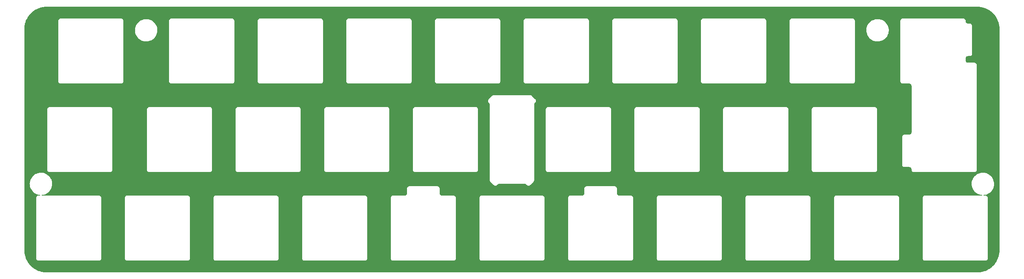
<source format=gbr>
%TF.GenerationSoftware,KiCad,Pcbnew,(7.0.0)*%
%TF.CreationDate,2024-03-02T20:52:53+01:00*%
%TF.ProjectId,kicad_tsuru_plate,6b696361-645f-4747-9375-72755f706c61,rev?*%
%TF.SameCoordinates,Original*%
%TF.FileFunction,Copper,L2,Bot*%
%TF.FilePolarity,Positive*%
%FSLAX46Y46*%
G04 Gerber Fmt 4.6, Leading zero omitted, Abs format (unit mm)*
G04 Created by KiCad (PCBNEW (7.0.0)) date 2024-03-02 20:52:53*
%MOMM*%
%LPD*%
G01*
G04 APERTURE LIST*
G04 APERTURE END LIST*
%TA.AperFunction,NonConductor*%
G36*
X237284307Y-53534314D02*
G01*
X237483153Y-53542998D01*
X237483305Y-53543066D01*
X237483306Y-53543005D01*
X237483336Y-53543006D01*
X237701614Y-53553083D01*
X237706845Y-53553548D01*
X237920471Y-53581673D01*
X238125455Y-53610267D01*
X238130298Y-53611141D01*
X238341564Y-53657980D01*
X238342083Y-53658098D01*
X238521489Y-53700293D01*
X238542383Y-53705208D01*
X238546869Y-53706441D01*
X238668160Y-53744685D01*
X238753655Y-53771642D01*
X238754692Y-53771979D01*
X238949131Y-53837148D01*
X238953134Y-53838646D01*
X239081058Y-53891635D01*
X239153736Y-53921740D01*
X239155063Y-53922307D01*
X239342334Y-54004995D01*
X239345923Y-54006719D01*
X239462478Y-54067395D01*
X239538714Y-54107082D01*
X239540266Y-54107918D01*
X239718862Y-54207394D01*
X239722013Y-54209272D01*
X239905527Y-54326186D01*
X239907259Y-54327331D01*
X240075709Y-54442722D01*
X240078411Y-54444682D01*
X240168651Y-54513927D01*
X240251158Y-54577238D01*
X240253038Y-54578739D01*
X240409976Y-54709060D01*
X240412273Y-54711064D01*
X240572905Y-54858259D01*
X240574874Y-54860144D01*
X240718989Y-55004259D01*
X240720875Y-55006229D01*
X240868179Y-55166987D01*
X240870182Y-55169283D01*
X241000278Y-55325952D01*
X241001780Y-55327833D01*
X241134612Y-55500946D01*
X241136589Y-55503672D01*
X241251559Y-55671509D01*
X241252709Y-55673250D01*
X241370065Y-55857468D01*
X241371954Y-55860635D01*
X241434104Y-55972217D01*
X241470823Y-56038141D01*
X241471627Y-56039632D01*
X241572622Y-56233646D01*
X241574358Y-56237259D01*
X241644367Y-56395817D01*
X241656285Y-56422808D01*
X241656851Y-56424131D01*
X241666572Y-56447600D01*
X241740681Y-56626521D01*
X241742198Y-56630577D01*
X241806478Y-56822370D01*
X241806825Y-56823437D01*
X241872860Y-57032880D01*
X241874093Y-57037365D01*
X241920184Y-57233345D01*
X241920363Y-57234127D01*
X241968108Y-57449500D01*
X241968990Y-57454393D01*
X241996530Y-57651836D01*
X241996594Y-57652313D01*
X242025645Y-57872997D01*
X242026113Y-57878268D01*
X242034839Y-58067043D01*
X242034842Y-58067204D01*
X242034847Y-58067204D01*
X242044845Y-58296255D01*
X242044334Y-58296277D01*
X242044934Y-58299047D01*
X242044934Y-105919900D01*
X242044874Y-105922628D01*
X242035619Y-106134445D01*
X242035613Y-106134591D01*
X242026196Y-106339153D01*
X242025727Y-106344439D01*
X241996405Y-106567106D01*
X241996341Y-106567581D01*
X241969093Y-106762899D01*
X241968210Y-106767793D01*
X241920071Y-106984909D01*
X241919893Y-106985690D01*
X241874230Y-107179828D01*
X241872997Y-107184313D01*
X241806403Y-107395506D01*
X241806056Y-107396573D01*
X241742388Y-107586529D01*
X241740870Y-107590586D01*
X241656348Y-107794631D01*
X241655780Y-107795958D01*
X241574620Y-107979761D01*
X241572884Y-107983375D01*
X241471084Y-108178923D01*
X241470247Y-108180476D01*
X241372297Y-108356325D01*
X241370408Y-108359494D01*
X241252100Y-108545195D01*
X241250950Y-108546935D01*
X241137021Y-108713247D01*
X241135043Y-108715973D01*
X241001178Y-108890428D01*
X240999677Y-108892309D01*
X240870710Y-109047614D01*
X240868707Y-109049910D01*
X240720287Y-109211881D01*
X240718401Y-109213850D01*
X240575509Y-109356740D01*
X240573539Y-109358626D01*
X240411715Y-109506910D01*
X240409419Y-109508914D01*
X240253781Y-109638152D01*
X240251901Y-109639653D01*
X240077895Y-109773173D01*
X240075168Y-109775151D01*
X239908113Y-109889584D01*
X239906374Y-109890733D01*
X239721546Y-110008483D01*
X239718376Y-110010373D01*
X239541253Y-110109027D01*
X239539701Y-110109863D01*
X239345525Y-110210948D01*
X239341909Y-110212685D01*
X239156126Y-110294714D01*
X239154800Y-110295281D01*
X238952840Y-110378938D01*
X238948784Y-110380456D01*
X238755821Y-110445129D01*
X238754754Y-110445476D01*
X238546639Y-110511099D01*
X238542153Y-110512332D01*
X238343291Y-110559102D01*
X238342511Y-110559280D01*
X238130193Y-110606355D01*
X238125298Y-110607238D01*
X237921355Y-110635685D01*
X237920880Y-110635749D01*
X237706815Y-110663936D01*
X237701542Y-110664404D01*
X237488310Y-110674261D01*
X237488152Y-110674268D01*
X237283827Y-110683195D01*
X237281099Y-110683255D01*
X37259287Y-110683255D01*
X37256560Y-110683195D01*
X37068525Y-110674984D01*
X37068365Y-110674910D01*
X37068362Y-110674977D01*
X36838573Y-110664337D01*
X36833306Y-110663869D01*
X36629191Y-110636996D01*
X36628714Y-110636932D01*
X36414600Y-110607064D01*
X36409707Y-110606181D01*
X36204835Y-110560761D01*
X36204053Y-110560583D01*
X35997524Y-110512006D01*
X35993040Y-110510773D01*
X35791314Y-110447169D01*
X35790246Y-110446822D01*
X35590685Y-110379936D01*
X35586629Y-110378418D01*
X35390413Y-110297142D01*
X35389086Y-110296575D01*
X35197350Y-110211915D01*
X35193736Y-110210178D01*
X35004862Y-110111856D01*
X35003308Y-110111019D01*
X34820712Y-110009313D01*
X34817544Y-110007424D01*
X34637649Y-109892819D01*
X34635909Y-109891669D01*
X34463777Y-109773756D01*
X34461050Y-109771779D01*
X34291647Y-109641791D01*
X34289767Y-109640290D01*
X34208380Y-109572708D01*
X34129392Y-109507117D01*
X34127115Y-109505131D01*
X33969566Y-109360763D01*
X33967597Y-109358877D01*
X33820308Y-109211589D01*
X33818422Y-109209619D01*
X33674024Y-109052035D01*
X33672021Y-109049739D01*
X33538965Y-108889507D01*
X33537464Y-108887627D01*
X33407347Y-108718057D01*
X33405369Y-108715330D01*
X33403942Y-108713247D01*
X33287610Y-108543425D01*
X33286512Y-108541764D01*
X33171667Y-108361494D01*
X33169798Y-108358360D01*
X33068321Y-108176175D01*
X33067524Y-108174696D01*
X32968900Y-107985242D01*
X32967195Y-107981694D01*
X32882838Y-107790647D01*
X32882291Y-107789366D01*
X32800684Y-107592351D01*
X32799166Y-107588296D01*
X32798574Y-107586529D01*
X32732600Y-107389696D01*
X32732340Y-107388895D01*
X32668339Y-107185909D01*
X32667106Y-107181425D01*
X32661643Y-107158200D01*
X32618904Y-106976496D01*
X32618837Y-106976201D01*
X32572938Y-106769164D01*
X32572068Y-106764344D01*
X32542660Y-106553541D01*
X32542604Y-106553123D01*
X32541342Y-106543536D01*
X32515277Y-106345559D01*
X32514814Y-106340350D01*
X32504418Y-106115542D01*
X32504454Y-106115383D01*
X32504411Y-106115385D01*
X32495993Y-105922583D01*
X32495934Y-105919857D01*
X32495934Y-91564763D01*
X33648803Y-91564763D01*
X33648867Y-91566762D01*
X33648867Y-91566766D01*
X33658617Y-91870841D01*
X33658618Y-91870855D01*
X33658682Y-91872839D01*
X33658998Y-91874798D01*
X33659000Y-91874811D01*
X33707556Y-92175147D01*
X33707558Y-92175157D01*
X33707876Y-92177122D01*
X33708441Y-92179028D01*
X33708444Y-92179038D01*
X33795008Y-92470699D01*
X33795011Y-92470709D01*
X33795578Y-92472617D01*
X33796383Y-92474437D01*
X33796387Y-92474446D01*
X33878137Y-92659120D01*
X33920346Y-92754470D01*
X33921377Y-92756172D01*
X33921383Y-92756182D01*
X34079093Y-93016341D01*
X34079097Y-93016347D01*
X34080132Y-93018054D01*
X34272313Y-93259042D01*
X34493733Y-93473475D01*
X34740756Y-93657833D01*
X35009327Y-93809089D01*
X35295034Y-93924760D01*
X35593188Y-94002945D01*
X35815176Y-94031567D01*
X35832246Y-94033768D01*
X35872488Y-94056009D01*
X35886626Y-94099759D01*
X35867009Y-94141343D01*
X35824254Y-94158255D01*
X35520504Y-94158255D01*
X35520434Y-94158246D01*
X35520434Y-94158234D01*
X35520345Y-94158234D01*
X35467546Y-94158240D01*
X35467540Y-94158240D01*
X35464042Y-94158241D01*
X35460633Y-94159019D01*
X35460627Y-94159020D01*
X35357501Y-94182569D01*
X35357497Y-94182570D01*
X35354087Y-94183349D01*
X35350937Y-94184866D01*
X35350929Y-94184869D01*
X35255641Y-94230765D01*
X35255633Y-94230769D01*
X35252475Y-94232291D01*
X35249730Y-94234479D01*
X35249727Y-94234482D01*
X35167040Y-94300427D01*
X35167035Y-94300431D01*
X35164299Y-94302614D01*
X35162117Y-94305349D01*
X35162113Y-94305354D01*
X35096183Y-94388030D01*
X35093980Y-94390793D01*
X35092459Y-94393949D01*
X35092457Y-94393954D01*
X35046564Y-94489246D01*
X35045042Y-94492407D01*
X35044262Y-94495819D01*
X35044260Y-94495828D01*
X35020719Y-94598943D01*
X35020718Y-94598949D01*
X35019939Y-94602363D01*
X35019938Y-94605861D01*
X35019938Y-94605868D01*
X35019934Y-94658655D01*
X35019934Y-107658430D01*
X35019891Y-107658755D01*
X35019845Y-107658755D01*
X35019845Y-107659104D01*
X35019845Y-107659105D01*
X35019850Y-107711641D01*
X35019850Y-107711646D01*
X35019851Y-107715153D01*
X35020632Y-107718572D01*
X35020633Y-107718578D01*
X35044180Y-107821695D01*
X35044181Y-107821699D01*
X35044962Y-107825117D01*
X35046481Y-107828270D01*
X35046483Y-107828276D01*
X35092386Y-107923570D01*
X35093912Y-107926737D01*
X35099492Y-107933733D01*
X35162047Y-108012161D01*
X35164246Y-108014917D01*
X35252439Y-108085236D01*
X35354068Y-108134168D01*
X35431171Y-108151760D01*
X35460482Y-108158448D01*
X35464037Y-108159259D01*
X35520434Y-108159255D01*
X35520934Y-108159255D01*
X48519934Y-108159255D01*
X48520533Y-108159255D01*
X48520563Y-108159242D01*
X48520644Y-108159234D01*
X48576827Y-108159241D01*
X48686789Y-108134155D01*
X48788409Y-108085225D01*
X48876592Y-108014907D01*
X48946914Y-107926727D01*
X48995848Y-107825109D01*
X49020939Y-107715148D01*
X49020934Y-107659105D01*
X54069845Y-107659105D01*
X54069850Y-107711641D01*
X54069850Y-107711646D01*
X54069851Y-107715153D01*
X54070632Y-107718572D01*
X54070633Y-107718578D01*
X54094180Y-107821695D01*
X54094181Y-107821699D01*
X54094962Y-107825117D01*
X54096481Y-107828270D01*
X54096483Y-107828276D01*
X54142386Y-107923570D01*
X54143912Y-107926737D01*
X54149492Y-107933733D01*
X54212047Y-108012161D01*
X54214246Y-108014917D01*
X54302439Y-108085236D01*
X54404068Y-108134168D01*
X54481171Y-108151760D01*
X54510482Y-108158448D01*
X54514037Y-108159259D01*
X54570434Y-108159255D01*
X54570934Y-108159255D01*
X67569934Y-108159255D01*
X67570533Y-108159255D01*
X67570568Y-108159239D01*
X67570626Y-108159232D01*
X67626824Y-108159231D01*
X67736776Y-108134130D01*
X67838387Y-108085195D01*
X67926563Y-108014878D01*
X67996883Y-107926705D01*
X68045823Y-107825096D01*
X68070925Y-107715156D01*
X73119841Y-107715156D01*
X73120621Y-107718572D01*
X73120622Y-107718579D01*
X73144155Y-107821706D01*
X73144157Y-107821713D01*
X73144937Y-107825129D01*
X73193881Y-107926759D01*
X73196069Y-107929502D01*
X73196072Y-107929507D01*
X73236154Y-107979761D01*
X73264217Y-108014946D01*
X73352417Y-108085266D01*
X73355575Y-108086786D01*
X73355578Y-108086788D01*
X73400970Y-108108638D01*
X73454055Y-108134192D01*
X73564034Y-108159269D01*
X73620434Y-108159255D01*
X73620934Y-108159255D01*
X86619934Y-108159255D01*
X86620533Y-108159255D01*
X86620568Y-108159239D01*
X86620626Y-108159232D01*
X86676824Y-108159231D01*
X86786776Y-108134130D01*
X86888387Y-108085195D01*
X86976563Y-108014878D01*
X87046883Y-107926705D01*
X87095823Y-107825096D01*
X87120925Y-107715156D01*
X92169841Y-107715156D01*
X92170621Y-107718572D01*
X92170622Y-107718579D01*
X92194155Y-107821706D01*
X92194157Y-107821713D01*
X92194937Y-107825129D01*
X92243881Y-107926759D01*
X92246069Y-107929502D01*
X92246072Y-107929507D01*
X92286154Y-107979761D01*
X92314217Y-108014946D01*
X92402417Y-108085266D01*
X92405575Y-108086786D01*
X92405578Y-108086788D01*
X92450970Y-108108638D01*
X92504055Y-108134192D01*
X92614034Y-108159269D01*
X92670434Y-108159255D01*
X92670934Y-108159255D01*
X105669934Y-108159255D01*
X105670533Y-108159255D01*
X105670568Y-108159239D01*
X105670626Y-108159232D01*
X105726824Y-108159231D01*
X105836776Y-108134130D01*
X105938387Y-108085195D01*
X106026563Y-108014878D01*
X106096883Y-107926705D01*
X106145823Y-107825096D01*
X106170925Y-107715156D01*
X111219841Y-107715156D01*
X111220621Y-107718572D01*
X111220622Y-107718579D01*
X111244155Y-107821706D01*
X111244157Y-107821713D01*
X111244937Y-107825129D01*
X111293881Y-107926759D01*
X111296069Y-107929502D01*
X111296072Y-107929507D01*
X111336154Y-107979761D01*
X111364217Y-108014946D01*
X111452417Y-108085266D01*
X111455575Y-108086786D01*
X111455578Y-108086788D01*
X111500970Y-108108638D01*
X111554055Y-108134192D01*
X111664034Y-108159269D01*
X111720434Y-108159255D01*
X111720934Y-108159255D01*
X124719934Y-108159255D01*
X124720533Y-108159255D01*
X124720568Y-108159239D01*
X124720626Y-108159232D01*
X124776824Y-108159231D01*
X124886776Y-108134130D01*
X124988387Y-108085195D01*
X125076563Y-108014878D01*
X125146883Y-107926705D01*
X125195823Y-107825096D01*
X125220925Y-107715156D01*
X130269841Y-107715156D01*
X130270621Y-107718572D01*
X130270622Y-107718579D01*
X130294155Y-107821706D01*
X130294157Y-107821713D01*
X130294937Y-107825129D01*
X130343881Y-107926759D01*
X130346069Y-107929502D01*
X130346072Y-107929507D01*
X130386154Y-107979761D01*
X130414217Y-108014946D01*
X130502417Y-108085266D01*
X130505575Y-108086786D01*
X130505578Y-108086788D01*
X130550970Y-108108638D01*
X130604055Y-108134192D01*
X130714034Y-108159269D01*
X130770434Y-108159255D01*
X130770934Y-108159255D01*
X143769934Y-108159255D01*
X143770533Y-108159255D01*
X143770568Y-108159239D01*
X143770626Y-108159232D01*
X143826824Y-108159231D01*
X143936776Y-108134130D01*
X144038387Y-108085195D01*
X144126563Y-108014878D01*
X144196883Y-107926705D01*
X144245823Y-107825096D01*
X144270925Y-107715156D01*
X149319841Y-107715156D01*
X149320621Y-107718572D01*
X149320622Y-107718579D01*
X149344155Y-107821706D01*
X149344157Y-107821713D01*
X149344937Y-107825129D01*
X149393881Y-107926759D01*
X149396069Y-107929502D01*
X149396072Y-107929507D01*
X149436154Y-107979761D01*
X149464217Y-108014946D01*
X149552417Y-108085266D01*
X149555575Y-108086786D01*
X149555578Y-108086788D01*
X149600970Y-108108638D01*
X149654055Y-108134192D01*
X149764034Y-108159269D01*
X149820434Y-108159255D01*
X149820934Y-108159255D01*
X162819934Y-108159255D01*
X162820533Y-108159255D01*
X162820568Y-108159239D01*
X162820626Y-108159232D01*
X162876824Y-108159231D01*
X162986776Y-108134130D01*
X163088387Y-108085195D01*
X163176563Y-108014878D01*
X163246883Y-107926705D01*
X163295823Y-107825096D01*
X163320925Y-107715156D01*
X168369841Y-107715156D01*
X168370621Y-107718572D01*
X168370622Y-107718579D01*
X168394155Y-107821706D01*
X168394157Y-107821713D01*
X168394937Y-107825129D01*
X168443881Y-107926759D01*
X168446069Y-107929502D01*
X168446072Y-107929507D01*
X168486154Y-107979761D01*
X168514217Y-108014946D01*
X168602417Y-108085266D01*
X168605575Y-108086786D01*
X168605578Y-108086788D01*
X168650970Y-108108638D01*
X168704055Y-108134192D01*
X168814034Y-108159269D01*
X168870434Y-108159255D01*
X168870934Y-108159255D01*
X181869934Y-108159255D01*
X181870533Y-108159255D01*
X181870568Y-108159239D01*
X181870626Y-108159232D01*
X181926824Y-108159231D01*
X182036776Y-108134130D01*
X182138387Y-108085195D01*
X182226563Y-108014878D01*
X182296883Y-107926705D01*
X182345823Y-107825096D01*
X182370925Y-107715156D01*
X187419841Y-107715156D01*
X187420621Y-107718572D01*
X187420622Y-107718579D01*
X187444155Y-107821706D01*
X187444157Y-107821713D01*
X187444937Y-107825129D01*
X187493881Y-107926759D01*
X187496069Y-107929502D01*
X187496072Y-107929507D01*
X187536154Y-107979761D01*
X187564217Y-108014946D01*
X187652417Y-108085266D01*
X187655575Y-108086786D01*
X187655578Y-108086788D01*
X187700970Y-108108638D01*
X187754055Y-108134192D01*
X187864034Y-108159269D01*
X187920434Y-108159255D01*
X187920934Y-108159255D01*
X200919934Y-108159255D01*
X200920533Y-108159255D01*
X200920568Y-108159239D01*
X200920626Y-108159232D01*
X200976824Y-108159231D01*
X201086776Y-108134130D01*
X201188387Y-108085195D01*
X201276563Y-108014878D01*
X201346883Y-107926705D01*
X201395823Y-107825096D01*
X201420925Y-107715156D01*
X206469841Y-107715156D01*
X206470621Y-107718572D01*
X206470622Y-107718579D01*
X206494155Y-107821706D01*
X206494157Y-107821713D01*
X206494937Y-107825129D01*
X206543881Y-107926759D01*
X206546069Y-107929502D01*
X206546072Y-107929507D01*
X206586154Y-107979761D01*
X206614217Y-108014946D01*
X206702417Y-108085266D01*
X206705575Y-108086786D01*
X206705578Y-108086788D01*
X206750970Y-108108638D01*
X206804055Y-108134192D01*
X206914034Y-108159269D01*
X206970434Y-108159255D01*
X206970934Y-108159255D01*
X219969934Y-108159255D01*
X219970533Y-108159255D01*
X219970568Y-108159239D01*
X219970626Y-108159232D01*
X220026824Y-108159231D01*
X220136776Y-108134130D01*
X220238387Y-108085195D01*
X220326563Y-108014878D01*
X220396883Y-107926705D01*
X220445823Y-107825096D01*
X220470925Y-107715156D01*
X225519841Y-107715156D01*
X225520621Y-107718572D01*
X225520622Y-107718579D01*
X225544155Y-107821706D01*
X225544157Y-107821713D01*
X225544937Y-107825129D01*
X225593881Y-107926759D01*
X225596069Y-107929502D01*
X225596072Y-107929507D01*
X225636154Y-107979761D01*
X225664217Y-108014946D01*
X225752417Y-108085266D01*
X225755575Y-108086786D01*
X225755578Y-108086788D01*
X225800970Y-108108638D01*
X225854055Y-108134192D01*
X225964034Y-108159269D01*
X226020434Y-108159255D01*
X226020934Y-108159255D01*
X239019934Y-108159255D01*
X239020533Y-108159255D01*
X239020568Y-108159239D01*
X239020626Y-108159232D01*
X239076824Y-108159231D01*
X239186776Y-108134130D01*
X239288387Y-108085195D01*
X239376563Y-108014878D01*
X239446883Y-107926705D01*
X239495823Y-107825096D01*
X239520928Y-107715145D01*
X239520934Y-107658755D01*
X239520934Y-107658255D01*
X239520934Y-94658656D01*
X239520873Y-94658509D01*
X239520843Y-94658214D01*
X239520841Y-94602370D01*
X239495743Y-94492428D01*
X239494203Y-94489231D01*
X239448335Y-94393982D01*
X239446815Y-94390825D01*
X239444632Y-94388087D01*
X239444630Y-94388084D01*
X239411295Y-94346279D01*
X239376510Y-94302654D01*
X239373766Y-94300465D01*
X239373764Y-94300463D01*
X239291094Y-94234520D01*
X239291093Y-94234519D01*
X239288351Y-94232332D01*
X239285188Y-94230808D01*
X239189920Y-94184910D01*
X239189917Y-94184909D01*
X239186756Y-94183386D01*
X239183337Y-94182605D01*
X239183332Y-94182603D01*
X239080236Y-94159049D01*
X239080230Y-94159048D01*
X239076819Y-94158269D01*
X239073314Y-94158268D01*
X239073313Y-94158268D01*
X239020533Y-94158255D01*
X238680584Y-94158255D01*
X238637104Y-94140652D01*
X238618116Y-94097758D01*
X238634317Y-94053736D01*
X238676580Y-94033383D01*
X238767370Y-94027554D01*
X239069920Y-93968633D01*
X239362452Y-93871505D01*
X239640162Y-93737768D01*
X239898489Y-93569615D01*
X240133193Y-93369809D01*
X240340419Y-93141630D01*
X240516765Y-92888824D01*
X240659336Y-92615544D01*
X240765789Y-92326276D01*
X240834378Y-92025769D01*
X240863975Y-91718959D01*
X240854096Y-91410883D01*
X240804902Y-91106600D01*
X240736823Y-90877222D01*
X240717769Y-90813022D01*
X240717768Y-90813021D01*
X240717200Y-90811105D01*
X240592432Y-90529252D01*
X240512061Y-90396672D01*
X240433684Y-90267380D01*
X240433682Y-90267378D01*
X240432646Y-90265668D01*
X240240465Y-90024680D01*
X240019045Y-89810247D01*
X240017435Y-89809045D01*
X240017431Y-89809042D01*
X239773637Y-89627094D01*
X239773633Y-89627091D01*
X239772022Y-89625889D01*
X239503451Y-89474633D01*
X239501591Y-89473880D01*
X239501587Y-89473878D01*
X239219600Y-89359713D01*
X239219594Y-89359711D01*
X239217744Y-89358962D01*
X239215817Y-89358456D01*
X239215809Y-89358454D01*
X238921523Y-89281284D01*
X238921524Y-89281284D01*
X238919590Y-89280777D01*
X238917611Y-89280521D01*
X238917607Y-89280521D01*
X238615878Y-89241617D01*
X238615865Y-89241616D01*
X238613886Y-89241361D01*
X238382795Y-89241361D01*
X238381820Y-89241423D01*
X238381807Y-89241424D01*
X238154165Y-89256039D01*
X238154152Y-89256040D01*
X238152168Y-89256168D01*
X238150211Y-89256548D01*
X238150196Y-89256551D01*
X237851594Y-89314704D01*
X237851591Y-89314704D01*
X237849618Y-89315089D01*
X237847717Y-89315720D01*
X237847710Y-89315722D01*
X237558987Y-89411585D01*
X237558975Y-89411589D01*
X237557086Y-89412217D01*
X237555289Y-89413082D01*
X237555285Y-89413084D01*
X237425429Y-89475619D01*
X237279376Y-89545954D01*
X237277698Y-89547045D01*
X237277693Y-89547049D01*
X237022738Y-89713007D01*
X237022731Y-89713011D01*
X237021049Y-89714107D01*
X237019518Y-89715409D01*
X237019513Y-89715414D01*
X236787876Y-89912609D01*
X236787870Y-89912614D01*
X236786345Y-89913913D01*
X236785006Y-89915387D01*
X236784994Y-89915399D01*
X236580469Y-90140604D01*
X236580459Y-90140616D01*
X236579119Y-90142092D01*
X236577976Y-90143729D01*
X236577970Y-90143738D01*
X236403917Y-90393257D01*
X236403912Y-90393264D01*
X236402773Y-90394898D01*
X236401850Y-90396666D01*
X236401847Y-90396672D01*
X236261129Y-90666399D01*
X236261122Y-90666413D01*
X236260202Y-90668178D01*
X236259514Y-90670047D01*
X236259508Y-90670061D01*
X236154444Y-90955555D01*
X236154440Y-90955567D01*
X236153749Y-90957446D01*
X236153303Y-90959396D01*
X236153301Y-90959406D01*
X236085604Y-91256004D01*
X236085601Y-91256016D01*
X236085160Y-91257953D01*
X236084969Y-91259932D01*
X236084967Y-91259945D01*
X236055755Y-91562762D01*
X236055754Y-91562777D01*
X236055563Y-91564763D01*
X236055627Y-91566762D01*
X236055627Y-91566766D01*
X236065377Y-91870841D01*
X236065378Y-91870855D01*
X236065442Y-91872839D01*
X236065758Y-91874798D01*
X236065760Y-91874811D01*
X236114316Y-92175147D01*
X236114318Y-92175157D01*
X236114636Y-92177122D01*
X236115201Y-92179028D01*
X236115204Y-92179038D01*
X236201768Y-92470699D01*
X236201771Y-92470709D01*
X236202338Y-92472617D01*
X236203143Y-92474437D01*
X236203147Y-92474446D01*
X236284897Y-92659120D01*
X236327106Y-92754470D01*
X236328137Y-92756172D01*
X236328143Y-92756182D01*
X236485853Y-93016341D01*
X236485857Y-93016347D01*
X236486892Y-93018054D01*
X236679073Y-93259042D01*
X236900493Y-93473475D01*
X237147516Y-93657833D01*
X237416087Y-93809089D01*
X237701794Y-93924760D01*
X237999948Y-94002945D01*
X238221936Y-94031567D01*
X238239006Y-94033768D01*
X238279248Y-94056009D01*
X238293386Y-94099759D01*
X238273769Y-94141343D01*
X238231014Y-94158255D01*
X226020488Y-94158255D01*
X226020434Y-94158244D01*
X226020434Y-94158234D01*
X226020385Y-94158233D01*
X226020381Y-94158233D01*
X225967551Y-94158231D01*
X225967549Y-94158231D01*
X225964039Y-94158231D01*
X225960617Y-94159011D01*
X225960615Y-94159012D01*
X225857495Y-94182543D01*
X225857490Y-94182544D01*
X225854075Y-94183324D01*
X225850920Y-94184842D01*
X225850912Y-94184846D01*
X225755615Y-94230737D01*
X225755606Y-94230742D01*
X225752453Y-94232261D01*
X225749709Y-94234448D01*
X225749706Y-94234451D01*
X225667015Y-94300395D01*
X225667010Y-94300399D01*
X225664270Y-94302585D01*
X225662085Y-94305324D01*
X225662081Y-94305329D01*
X225596134Y-94388030D01*
X225596131Y-94388034D01*
X225593949Y-94390771D01*
X225592431Y-94393923D01*
X225592427Y-94393930D01*
X225546540Y-94489231D01*
X225545017Y-94492395D01*
X225544236Y-94495814D01*
X225544236Y-94495817D01*
X225532417Y-94547622D01*
X225519928Y-94602360D01*
X225519928Y-94605870D01*
X225519928Y-94605874D01*
X225519934Y-94658755D01*
X225519934Y-107658536D01*
X225519890Y-107658755D01*
X225519845Y-107658755D01*
X225519844Y-107658978D01*
X225519844Y-107658983D01*
X225519841Y-107711634D01*
X225519841Y-107715156D01*
X220470925Y-107715156D01*
X220470928Y-107715145D01*
X220470934Y-107658755D01*
X220470934Y-107658255D01*
X220470934Y-94658656D01*
X220470873Y-94658509D01*
X220470843Y-94658214D01*
X220470841Y-94602370D01*
X220445743Y-94492428D01*
X220444203Y-94489231D01*
X220398335Y-94393982D01*
X220396815Y-94390825D01*
X220394632Y-94388087D01*
X220394630Y-94388084D01*
X220361295Y-94346279D01*
X220326510Y-94302654D01*
X220323766Y-94300465D01*
X220323764Y-94300463D01*
X220241094Y-94234520D01*
X220241093Y-94234519D01*
X220238351Y-94232332D01*
X220235188Y-94230808D01*
X220139920Y-94184910D01*
X220139917Y-94184909D01*
X220136756Y-94183386D01*
X220133337Y-94182605D01*
X220133332Y-94182603D01*
X220030236Y-94159049D01*
X220030230Y-94159048D01*
X220026819Y-94158269D01*
X220023314Y-94158268D01*
X220023313Y-94158268D01*
X219970533Y-94158255D01*
X206970488Y-94158255D01*
X206970434Y-94158244D01*
X206970434Y-94158234D01*
X206970385Y-94158233D01*
X206970381Y-94158233D01*
X206917551Y-94158231D01*
X206917549Y-94158231D01*
X206914039Y-94158231D01*
X206910617Y-94159011D01*
X206910615Y-94159012D01*
X206807495Y-94182543D01*
X206807490Y-94182544D01*
X206804075Y-94183324D01*
X206800920Y-94184842D01*
X206800912Y-94184846D01*
X206705615Y-94230737D01*
X206705606Y-94230742D01*
X206702453Y-94232261D01*
X206699709Y-94234448D01*
X206699706Y-94234451D01*
X206617015Y-94300395D01*
X206617010Y-94300399D01*
X206614270Y-94302585D01*
X206612085Y-94305324D01*
X206612081Y-94305329D01*
X206546134Y-94388030D01*
X206546131Y-94388034D01*
X206543949Y-94390771D01*
X206542431Y-94393923D01*
X206542427Y-94393930D01*
X206496540Y-94489231D01*
X206495017Y-94492395D01*
X206494236Y-94495814D01*
X206494236Y-94495817D01*
X206482417Y-94547622D01*
X206469928Y-94602360D01*
X206469928Y-94605870D01*
X206469928Y-94605874D01*
X206469934Y-94658755D01*
X206469934Y-107658536D01*
X206469890Y-107658755D01*
X206469845Y-107658755D01*
X206469844Y-107658978D01*
X206469844Y-107658983D01*
X206469841Y-107711634D01*
X206469841Y-107715156D01*
X201420925Y-107715156D01*
X201420928Y-107715145D01*
X201420934Y-107658755D01*
X201420934Y-107658255D01*
X201420934Y-94658656D01*
X201420873Y-94658509D01*
X201420843Y-94658214D01*
X201420841Y-94602370D01*
X201395743Y-94492428D01*
X201394203Y-94489231D01*
X201348335Y-94393982D01*
X201346815Y-94390825D01*
X201344632Y-94388087D01*
X201344630Y-94388084D01*
X201311295Y-94346279D01*
X201276510Y-94302654D01*
X201273766Y-94300465D01*
X201273764Y-94300463D01*
X201191094Y-94234520D01*
X201191093Y-94234519D01*
X201188351Y-94232332D01*
X201185188Y-94230808D01*
X201089920Y-94184910D01*
X201089917Y-94184909D01*
X201086756Y-94183386D01*
X201083337Y-94182605D01*
X201083332Y-94182603D01*
X200980236Y-94159049D01*
X200980230Y-94159048D01*
X200976819Y-94158269D01*
X200973314Y-94158268D01*
X200973313Y-94158268D01*
X200920533Y-94158255D01*
X187920488Y-94158255D01*
X187920434Y-94158244D01*
X187920434Y-94158234D01*
X187920385Y-94158233D01*
X187920381Y-94158233D01*
X187867551Y-94158231D01*
X187867549Y-94158231D01*
X187864039Y-94158231D01*
X187860617Y-94159011D01*
X187860615Y-94159012D01*
X187757495Y-94182543D01*
X187757490Y-94182544D01*
X187754075Y-94183324D01*
X187750920Y-94184842D01*
X187750912Y-94184846D01*
X187655615Y-94230737D01*
X187655606Y-94230742D01*
X187652453Y-94232261D01*
X187649709Y-94234448D01*
X187649706Y-94234451D01*
X187567015Y-94300395D01*
X187567010Y-94300399D01*
X187564270Y-94302585D01*
X187562085Y-94305324D01*
X187562081Y-94305329D01*
X187496134Y-94388030D01*
X187496131Y-94388034D01*
X187493949Y-94390771D01*
X187492431Y-94393923D01*
X187492427Y-94393930D01*
X187446540Y-94489231D01*
X187445017Y-94492395D01*
X187444236Y-94495814D01*
X187444236Y-94495817D01*
X187432417Y-94547622D01*
X187419928Y-94602360D01*
X187419928Y-94605870D01*
X187419928Y-94605874D01*
X187419934Y-94658755D01*
X187419934Y-107658536D01*
X187419890Y-107658755D01*
X187419845Y-107658755D01*
X187419844Y-107658978D01*
X187419844Y-107658983D01*
X187419841Y-107711634D01*
X187419841Y-107715156D01*
X182370925Y-107715156D01*
X182370928Y-107715145D01*
X182370934Y-107658755D01*
X182370934Y-107658255D01*
X182370934Y-94658656D01*
X182370873Y-94658509D01*
X182370843Y-94658214D01*
X182370841Y-94602370D01*
X182345743Y-94492428D01*
X182344203Y-94489231D01*
X182298335Y-94393982D01*
X182296815Y-94390825D01*
X182294632Y-94388087D01*
X182294630Y-94388084D01*
X182261295Y-94346279D01*
X182226510Y-94302654D01*
X182223766Y-94300465D01*
X182223764Y-94300463D01*
X182141094Y-94234520D01*
X182141093Y-94234519D01*
X182138351Y-94232332D01*
X182135188Y-94230808D01*
X182039920Y-94184910D01*
X182039917Y-94184909D01*
X182036756Y-94183386D01*
X182033337Y-94182605D01*
X182033332Y-94182603D01*
X181930236Y-94159049D01*
X181930230Y-94159048D01*
X181926819Y-94158269D01*
X181923314Y-94158268D01*
X181923313Y-94158268D01*
X181870533Y-94158255D01*
X168870488Y-94158255D01*
X168870434Y-94158244D01*
X168870434Y-94158234D01*
X168870385Y-94158233D01*
X168870381Y-94158233D01*
X168817551Y-94158231D01*
X168817549Y-94158231D01*
X168814039Y-94158231D01*
X168810617Y-94159011D01*
X168810615Y-94159012D01*
X168707495Y-94182543D01*
X168707490Y-94182544D01*
X168704075Y-94183324D01*
X168700920Y-94184842D01*
X168700912Y-94184846D01*
X168605615Y-94230737D01*
X168605606Y-94230742D01*
X168602453Y-94232261D01*
X168599709Y-94234448D01*
X168599706Y-94234451D01*
X168517015Y-94300395D01*
X168517010Y-94300399D01*
X168514270Y-94302585D01*
X168512085Y-94305324D01*
X168512081Y-94305329D01*
X168446134Y-94388030D01*
X168446131Y-94388034D01*
X168443949Y-94390771D01*
X168442431Y-94393923D01*
X168442427Y-94393930D01*
X168396540Y-94489231D01*
X168395017Y-94492395D01*
X168394236Y-94495814D01*
X168394236Y-94495817D01*
X168382417Y-94547622D01*
X168369928Y-94602360D01*
X168369928Y-94605870D01*
X168369928Y-94605874D01*
X168369934Y-94658755D01*
X168369934Y-107658536D01*
X168369890Y-107658755D01*
X168369845Y-107658755D01*
X168369844Y-107658978D01*
X168369844Y-107658983D01*
X168369841Y-107711634D01*
X168369841Y-107715156D01*
X163320925Y-107715156D01*
X163320928Y-107715145D01*
X163320934Y-107658755D01*
X163320934Y-107658255D01*
X163320934Y-94658656D01*
X163320873Y-94658509D01*
X163320843Y-94658214D01*
X163320841Y-94602370D01*
X163295743Y-94492428D01*
X163294203Y-94489231D01*
X163248335Y-94393982D01*
X163246815Y-94390825D01*
X163244632Y-94388087D01*
X163244630Y-94388084D01*
X163211295Y-94346279D01*
X163176510Y-94302654D01*
X163173766Y-94300465D01*
X163173764Y-94300463D01*
X163091094Y-94234520D01*
X163091093Y-94234519D01*
X163088351Y-94232332D01*
X163085188Y-94230808D01*
X162989920Y-94184910D01*
X162989917Y-94184909D01*
X162986756Y-94183386D01*
X162983337Y-94182605D01*
X162983332Y-94182603D01*
X162880236Y-94159049D01*
X162880230Y-94159048D01*
X162876819Y-94158269D01*
X162873314Y-94158268D01*
X162873313Y-94158268D01*
X162820533Y-94158255D01*
X160323939Y-94158255D01*
X160316944Y-94157862D01*
X160313688Y-94157495D01*
X160294863Y-94155375D01*
X160293698Y-94155233D01*
X160208222Y-94143975D01*
X160195745Y-94141004D01*
X160156082Y-94127129D01*
X160152802Y-94125877D01*
X160093285Y-94101224D01*
X160083955Y-94096405D01*
X160083813Y-94096316D01*
X160045245Y-94072086D01*
X160040447Y-94068749D01*
X160039403Y-94067948D01*
X159991991Y-94031567D01*
X159985850Y-94026182D01*
X159953016Y-93993352D01*
X159947624Y-93987205D01*
X159910307Y-93938578D01*
X159906981Y-93933797D01*
X159882823Y-93895359D01*
X159878009Y-93886041D01*
X159853019Y-93825723D01*
X159851789Y-93822502D01*
X159838196Y-93783670D01*
X159835224Y-93771185D01*
X159823373Y-93681095D01*
X159823258Y-93680163D01*
X159821326Y-93663034D01*
X159820934Y-93656036D01*
X159820934Y-92659120D01*
X159820934Y-92658656D01*
X159820873Y-92658509D01*
X159820843Y-92658214D01*
X159820841Y-92602370D01*
X159795743Y-92492428D01*
X159794203Y-92489231D01*
X159748335Y-92393982D01*
X159746815Y-92390825D01*
X159744632Y-92388087D01*
X159744630Y-92388084D01*
X159711295Y-92346279D01*
X159676510Y-92302654D01*
X159673766Y-92300465D01*
X159673764Y-92300463D01*
X159591094Y-92234520D01*
X159591093Y-92234519D01*
X159588351Y-92232332D01*
X159585188Y-92230808D01*
X159489920Y-92184910D01*
X159489917Y-92184909D01*
X159486756Y-92183386D01*
X159483337Y-92182605D01*
X159483332Y-92182603D01*
X159380236Y-92159049D01*
X159380230Y-92159048D01*
X159376819Y-92158269D01*
X159373314Y-92158268D01*
X159373313Y-92158268D01*
X159320533Y-92158255D01*
X153320488Y-92158255D01*
X153320434Y-92158244D01*
X153320434Y-92158234D01*
X153320385Y-92158233D01*
X153320381Y-92158233D01*
X153267551Y-92158231D01*
X153267549Y-92158231D01*
X153264039Y-92158231D01*
X153260617Y-92159011D01*
X153260615Y-92159012D01*
X153157495Y-92182543D01*
X153157490Y-92182544D01*
X153154075Y-92183324D01*
X153150920Y-92184842D01*
X153150912Y-92184846D01*
X153055615Y-92230737D01*
X153055606Y-92230742D01*
X153052453Y-92232261D01*
X153049709Y-92234448D01*
X153049706Y-92234451D01*
X152967015Y-92300395D01*
X152967010Y-92300399D01*
X152964270Y-92302585D01*
X152962085Y-92305324D01*
X152962081Y-92305329D01*
X152896134Y-92388030D01*
X152896131Y-92388034D01*
X152893949Y-92390771D01*
X152892431Y-92393923D01*
X152892427Y-92393930D01*
X152854540Y-92472617D01*
X152845017Y-92492395D01*
X152819928Y-92602360D01*
X152819928Y-92605870D01*
X152819928Y-92605874D01*
X152819934Y-92658755D01*
X152819934Y-93655243D01*
X152819540Y-93662248D01*
X152817007Y-93684704D01*
X152816867Y-93685854D01*
X152805688Y-93770795D01*
X152802713Y-93783286D01*
X152788537Y-93823790D01*
X152787289Y-93827061D01*
X152763046Y-93885591D01*
X152758222Y-93894927D01*
X152755469Y-93899308D01*
X152733397Y-93934430D01*
X152730061Y-93939225D01*
X152693551Y-93986799D01*
X152688163Y-93992943D01*
X152654675Y-94026430D01*
X152648523Y-94031824D01*
X152600748Y-94068474D01*
X152595959Y-94071805D01*
X152556776Y-94096426D01*
X152547430Y-94101253D01*
X152488023Y-94125847D01*
X152484760Y-94127092D01*
X152445160Y-94140950D01*
X152432703Y-94143919D01*
X152347874Y-94155128D01*
X152346691Y-94155273D01*
X152323743Y-94157861D01*
X152316739Y-94158255D01*
X149820488Y-94158255D01*
X149820434Y-94158244D01*
X149820434Y-94158234D01*
X149820385Y-94158233D01*
X149820381Y-94158233D01*
X149767551Y-94158231D01*
X149767549Y-94158231D01*
X149764039Y-94158231D01*
X149760617Y-94159011D01*
X149760615Y-94159012D01*
X149657495Y-94182543D01*
X149657490Y-94182544D01*
X149654075Y-94183324D01*
X149650920Y-94184842D01*
X149650912Y-94184846D01*
X149555615Y-94230737D01*
X149555606Y-94230742D01*
X149552453Y-94232261D01*
X149549709Y-94234448D01*
X149549706Y-94234451D01*
X149467015Y-94300395D01*
X149467010Y-94300399D01*
X149464270Y-94302585D01*
X149462085Y-94305324D01*
X149462081Y-94305329D01*
X149396134Y-94388030D01*
X149396131Y-94388034D01*
X149393949Y-94390771D01*
X149392431Y-94393923D01*
X149392427Y-94393930D01*
X149346540Y-94489231D01*
X149345017Y-94492395D01*
X149344236Y-94495814D01*
X149344236Y-94495817D01*
X149332417Y-94547622D01*
X149319928Y-94602360D01*
X149319928Y-94605870D01*
X149319928Y-94605874D01*
X149319934Y-94658755D01*
X149319934Y-107658536D01*
X149319890Y-107658755D01*
X149319845Y-107658755D01*
X149319844Y-107658978D01*
X149319844Y-107658983D01*
X149319841Y-107711634D01*
X149319841Y-107715156D01*
X144270925Y-107715156D01*
X144270928Y-107715145D01*
X144270934Y-107658755D01*
X144270934Y-107658255D01*
X144270934Y-94658656D01*
X144270873Y-94658509D01*
X144270843Y-94658214D01*
X144270841Y-94602370D01*
X144245743Y-94492428D01*
X144244203Y-94489231D01*
X144198335Y-94393982D01*
X144196815Y-94390825D01*
X144194632Y-94388087D01*
X144194630Y-94388084D01*
X144161295Y-94346279D01*
X144126510Y-94302654D01*
X144123766Y-94300465D01*
X144123764Y-94300463D01*
X144041094Y-94234520D01*
X144041093Y-94234519D01*
X144038351Y-94232332D01*
X144035188Y-94230808D01*
X143939920Y-94184910D01*
X143939917Y-94184909D01*
X143936756Y-94183386D01*
X143933337Y-94182605D01*
X143933332Y-94182603D01*
X143830236Y-94159049D01*
X143830230Y-94159048D01*
X143826819Y-94158269D01*
X143823314Y-94158268D01*
X143823313Y-94158268D01*
X143770533Y-94158255D01*
X130770527Y-94158255D01*
X130770488Y-94158255D01*
X130770434Y-94158244D01*
X130770434Y-94158234D01*
X130770385Y-94158233D01*
X130770381Y-94158233D01*
X130717551Y-94158231D01*
X130717549Y-94158231D01*
X130714039Y-94158231D01*
X130710617Y-94159011D01*
X130710615Y-94159012D01*
X130607495Y-94182543D01*
X130607490Y-94182544D01*
X130604075Y-94183324D01*
X130600920Y-94184842D01*
X130600912Y-94184846D01*
X130505615Y-94230737D01*
X130505606Y-94230742D01*
X130502453Y-94232261D01*
X130499709Y-94234448D01*
X130499706Y-94234451D01*
X130417015Y-94300395D01*
X130417010Y-94300399D01*
X130414270Y-94302585D01*
X130412085Y-94305324D01*
X130412081Y-94305329D01*
X130346134Y-94388030D01*
X130346131Y-94388034D01*
X130343949Y-94390771D01*
X130342431Y-94393923D01*
X130342427Y-94393930D01*
X130296540Y-94489231D01*
X130295017Y-94492395D01*
X130294236Y-94495814D01*
X130294236Y-94495817D01*
X130282417Y-94547622D01*
X130269928Y-94602360D01*
X130269928Y-94605870D01*
X130269928Y-94605874D01*
X130269934Y-94658755D01*
X130269934Y-107658536D01*
X130269890Y-107658755D01*
X130269845Y-107658755D01*
X130269844Y-107658978D01*
X130269844Y-107658983D01*
X130269841Y-107711634D01*
X130269841Y-107715156D01*
X125220925Y-107715156D01*
X125220928Y-107715145D01*
X125220934Y-107658755D01*
X125220934Y-107658255D01*
X125220934Y-94658656D01*
X125220873Y-94658509D01*
X125220843Y-94658214D01*
X125220841Y-94602370D01*
X125195743Y-94492428D01*
X125194203Y-94489231D01*
X125148335Y-94393982D01*
X125146815Y-94390825D01*
X125144632Y-94388087D01*
X125144630Y-94388084D01*
X125111295Y-94346279D01*
X125076510Y-94302654D01*
X125073766Y-94300465D01*
X125073764Y-94300463D01*
X124991094Y-94234520D01*
X124991093Y-94234519D01*
X124988351Y-94232332D01*
X124985188Y-94230808D01*
X124889920Y-94184910D01*
X124889917Y-94184909D01*
X124886756Y-94183386D01*
X124883337Y-94182605D01*
X124883332Y-94182603D01*
X124780236Y-94159049D01*
X124780230Y-94159048D01*
X124776819Y-94158269D01*
X124773314Y-94158268D01*
X124773313Y-94158268D01*
X124720533Y-94158255D01*
X122223938Y-94158255D01*
X122216944Y-94157862D01*
X122195144Y-94155407D01*
X122193963Y-94155263D01*
X122108105Y-94143936D01*
X122095644Y-94140968D01*
X122056533Y-94127287D01*
X122053249Y-94126034D01*
X122051484Y-94125303D01*
X122043578Y-94122027D01*
X121993143Y-94101135D01*
X121983816Y-94096316D01*
X121945490Y-94072239D01*
X121940690Y-94068901D01*
X121939448Y-94067948D01*
X121891843Y-94031420D01*
X121885706Y-94026039D01*
X121853159Y-93993497D01*
X121847767Y-93987349D01*
X121810158Y-93938341D01*
X121806827Y-93933552D01*
X121782910Y-93895497D01*
X121778090Y-93886169D01*
X121752867Y-93825287D01*
X121751622Y-93822025D01*
X121747094Y-93809089D01*
X121738234Y-93783777D01*
X121735264Y-93771307D01*
X121723346Y-93680855D01*
X121723235Y-93679955D01*
X121721325Y-93663026D01*
X121720934Y-93656044D01*
X121720934Y-92659120D01*
X121720934Y-92658656D01*
X121720873Y-92658509D01*
X121720843Y-92658214D01*
X121720841Y-92602370D01*
X121695743Y-92492428D01*
X121694203Y-92489231D01*
X121648335Y-92393982D01*
X121646815Y-92390825D01*
X121644632Y-92388087D01*
X121644630Y-92388084D01*
X121611295Y-92346279D01*
X121576510Y-92302654D01*
X121573766Y-92300465D01*
X121573764Y-92300463D01*
X121491094Y-92234520D01*
X121491093Y-92234519D01*
X121488351Y-92232332D01*
X121485188Y-92230808D01*
X121389920Y-92184910D01*
X121389917Y-92184909D01*
X121386756Y-92183386D01*
X121383337Y-92182605D01*
X121383332Y-92182603D01*
X121280236Y-92159049D01*
X121280230Y-92159048D01*
X121276819Y-92158269D01*
X121273314Y-92158268D01*
X121273313Y-92158268D01*
X121220533Y-92158255D01*
X115220488Y-92158255D01*
X115220434Y-92158244D01*
X115220434Y-92158234D01*
X115220385Y-92158233D01*
X115220381Y-92158233D01*
X115167551Y-92158231D01*
X115167549Y-92158231D01*
X115164039Y-92158231D01*
X115160617Y-92159011D01*
X115160615Y-92159012D01*
X115057495Y-92182543D01*
X115057490Y-92182544D01*
X115054075Y-92183324D01*
X115050920Y-92184842D01*
X115050912Y-92184846D01*
X114955615Y-92230737D01*
X114955606Y-92230742D01*
X114952453Y-92232261D01*
X114949709Y-92234448D01*
X114949706Y-92234451D01*
X114867015Y-92300395D01*
X114867010Y-92300399D01*
X114864270Y-92302585D01*
X114862085Y-92305324D01*
X114862081Y-92305329D01*
X114796134Y-92388030D01*
X114796131Y-92388034D01*
X114793949Y-92390771D01*
X114792431Y-92393923D01*
X114792427Y-92393930D01*
X114754540Y-92472617D01*
X114745017Y-92492395D01*
X114719928Y-92602360D01*
X114719928Y-92605870D01*
X114719928Y-92605874D01*
X114719934Y-92658755D01*
X114719934Y-93655243D01*
X114719540Y-93662250D01*
X114716880Y-93685826D01*
X114716745Y-93686930D01*
X114705823Y-93770379D01*
X114702843Y-93782914D01*
X114687996Y-93825335D01*
X114686748Y-93828607D01*
X114663336Y-93885129D01*
X114658512Y-93894466D01*
X114632874Y-93935264D01*
X114629537Y-93940060D01*
X114594051Y-93986299D01*
X114588663Y-93992443D01*
X114554173Y-94026932D01*
X114548021Y-94032326D01*
X114501586Y-94067948D01*
X114496797Y-94071279D01*
X114456312Y-94096718D01*
X114446966Y-94101545D01*
X114389579Y-94125303D01*
X114386316Y-94126548D01*
X114344792Y-94141079D01*
X114332292Y-94144054D01*
X114248878Y-94155016D01*
X114247738Y-94155155D01*
X114223743Y-94157861D01*
X114216739Y-94158255D01*
X111720488Y-94158255D01*
X111720434Y-94158244D01*
X111720434Y-94158234D01*
X111720385Y-94158233D01*
X111720381Y-94158233D01*
X111667551Y-94158231D01*
X111667549Y-94158231D01*
X111664039Y-94158231D01*
X111660617Y-94159011D01*
X111660615Y-94159012D01*
X111557495Y-94182543D01*
X111557490Y-94182544D01*
X111554075Y-94183324D01*
X111550920Y-94184842D01*
X111550912Y-94184846D01*
X111455615Y-94230737D01*
X111455606Y-94230742D01*
X111452453Y-94232261D01*
X111449709Y-94234448D01*
X111449706Y-94234451D01*
X111367015Y-94300395D01*
X111367010Y-94300399D01*
X111364270Y-94302585D01*
X111362085Y-94305324D01*
X111362081Y-94305329D01*
X111296134Y-94388030D01*
X111296131Y-94388034D01*
X111293949Y-94390771D01*
X111292431Y-94393923D01*
X111292427Y-94393930D01*
X111246540Y-94489231D01*
X111245017Y-94492395D01*
X111244236Y-94495814D01*
X111244236Y-94495817D01*
X111232417Y-94547622D01*
X111219928Y-94602360D01*
X111219928Y-94605870D01*
X111219928Y-94605874D01*
X111219934Y-94658755D01*
X111219934Y-107658536D01*
X111219890Y-107658755D01*
X111219845Y-107658755D01*
X111219844Y-107658978D01*
X111219844Y-107658983D01*
X111219841Y-107711634D01*
X111219841Y-107715156D01*
X106170925Y-107715156D01*
X106170928Y-107715145D01*
X106170934Y-107658755D01*
X106170934Y-107658255D01*
X106170934Y-94658656D01*
X106170873Y-94658509D01*
X106170843Y-94658214D01*
X106170841Y-94602370D01*
X106145743Y-94492428D01*
X106144203Y-94489231D01*
X106098335Y-94393982D01*
X106096815Y-94390825D01*
X106094632Y-94388087D01*
X106094630Y-94388084D01*
X106061295Y-94346279D01*
X106026510Y-94302654D01*
X106023766Y-94300465D01*
X106023764Y-94300463D01*
X105941094Y-94234520D01*
X105941093Y-94234519D01*
X105938351Y-94232332D01*
X105935188Y-94230808D01*
X105839920Y-94184910D01*
X105839917Y-94184909D01*
X105836756Y-94183386D01*
X105833337Y-94182605D01*
X105833332Y-94182603D01*
X105730236Y-94159049D01*
X105730230Y-94159048D01*
X105726819Y-94158269D01*
X105723314Y-94158268D01*
X105723313Y-94158268D01*
X105670533Y-94158255D01*
X92670488Y-94158255D01*
X92670434Y-94158244D01*
X92670434Y-94158234D01*
X92670385Y-94158233D01*
X92670381Y-94158233D01*
X92617551Y-94158231D01*
X92617549Y-94158231D01*
X92614039Y-94158231D01*
X92610617Y-94159011D01*
X92610615Y-94159012D01*
X92507495Y-94182543D01*
X92507490Y-94182544D01*
X92504075Y-94183324D01*
X92500920Y-94184842D01*
X92500912Y-94184846D01*
X92405615Y-94230737D01*
X92405606Y-94230742D01*
X92402453Y-94232261D01*
X92399709Y-94234448D01*
X92399706Y-94234451D01*
X92317015Y-94300395D01*
X92317010Y-94300399D01*
X92314270Y-94302585D01*
X92312085Y-94305324D01*
X92312081Y-94305329D01*
X92246134Y-94388030D01*
X92246131Y-94388034D01*
X92243949Y-94390771D01*
X92242431Y-94393923D01*
X92242427Y-94393930D01*
X92196540Y-94489231D01*
X92195017Y-94492395D01*
X92194236Y-94495814D01*
X92194236Y-94495817D01*
X92182417Y-94547622D01*
X92169928Y-94602360D01*
X92169928Y-94605870D01*
X92169928Y-94605874D01*
X92169934Y-94658755D01*
X92169934Y-107658536D01*
X92169890Y-107658755D01*
X92169845Y-107658755D01*
X92169844Y-107658978D01*
X92169844Y-107658983D01*
X92169841Y-107711634D01*
X92169841Y-107715156D01*
X87120925Y-107715156D01*
X87120928Y-107715145D01*
X87120934Y-107658755D01*
X87120934Y-107658255D01*
X87120934Y-94658656D01*
X87120873Y-94658509D01*
X87120843Y-94658214D01*
X87120841Y-94602370D01*
X87095743Y-94492428D01*
X87094203Y-94489231D01*
X87048335Y-94393982D01*
X87046815Y-94390825D01*
X87044632Y-94388087D01*
X87044630Y-94388084D01*
X87011295Y-94346279D01*
X86976510Y-94302654D01*
X86973766Y-94300465D01*
X86973764Y-94300463D01*
X86891094Y-94234520D01*
X86891093Y-94234519D01*
X86888351Y-94232332D01*
X86885188Y-94230808D01*
X86789920Y-94184910D01*
X86789917Y-94184909D01*
X86786756Y-94183386D01*
X86783337Y-94182605D01*
X86783332Y-94182603D01*
X86680236Y-94159049D01*
X86680230Y-94159048D01*
X86676819Y-94158269D01*
X86673314Y-94158268D01*
X86673313Y-94158268D01*
X86620533Y-94158255D01*
X73620488Y-94158255D01*
X73620434Y-94158244D01*
X73620434Y-94158234D01*
X73620385Y-94158233D01*
X73620381Y-94158233D01*
X73567551Y-94158231D01*
X73567549Y-94158231D01*
X73564039Y-94158231D01*
X73560617Y-94159011D01*
X73560615Y-94159012D01*
X73457495Y-94182543D01*
X73457490Y-94182544D01*
X73454075Y-94183324D01*
X73450920Y-94184842D01*
X73450912Y-94184846D01*
X73355615Y-94230737D01*
X73355606Y-94230742D01*
X73352453Y-94232261D01*
X73349709Y-94234448D01*
X73349706Y-94234451D01*
X73267015Y-94300395D01*
X73267010Y-94300399D01*
X73264270Y-94302585D01*
X73262085Y-94305324D01*
X73262081Y-94305329D01*
X73196134Y-94388030D01*
X73196131Y-94388034D01*
X73193949Y-94390771D01*
X73192431Y-94393923D01*
X73192427Y-94393930D01*
X73146540Y-94489231D01*
X73145017Y-94492395D01*
X73144236Y-94495814D01*
X73144236Y-94495817D01*
X73132417Y-94547622D01*
X73119928Y-94602360D01*
X73119928Y-94605870D01*
X73119928Y-94605874D01*
X73119934Y-94658755D01*
X73119934Y-107658536D01*
X73119890Y-107658755D01*
X73119845Y-107658755D01*
X73119844Y-107658978D01*
X73119844Y-107658983D01*
X73119841Y-107711634D01*
X73119841Y-107715156D01*
X68070925Y-107715156D01*
X68070928Y-107715145D01*
X68070934Y-107658755D01*
X68070934Y-107658255D01*
X68070934Y-94658656D01*
X68070873Y-94658509D01*
X68070843Y-94658214D01*
X68070841Y-94602370D01*
X68045743Y-94492428D01*
X68044203Y-94489231D01*
X67998335Y-94393982D01*
X67996815Y-94390825D01*
X67994632Y-94388087D01*
X67994630Y-94388084D01*
X67961295Y-94346279D01*
X67926510Y-94302654D01*
X67923766Y-94300465D01*
X67923764Y-94300463D01*
X67841094Y-94234520D01*
X67841093Y-94234519D01*
X67838351Y-94232332D01*
X67835188Y-94230808D01*
X67739920Y-94184910D01*
X67739917Y-94184909D01*
X67736756Y-94183386D01*
X67733337Y-94182605D01*
X67733332Y-94182603D01*
X67630236Y-94159049D01*
X67630230Y-94159048D01*
X67626819Y-94158269D01*
X67623314Y-94158268D01*
X67623313Y-94158268D01*
X67570533Y-94158255D01*
X54570504Y-94158255D01*
X54570434Y-94158246D01*
X54570434Y-94158234D01*
X54570345Y-94158234D01*
X54517546Y-94158240D01*
X54517540Y-94158240D01*
X54514042Y-94158241D01*
X54510633Y-94159019D01*
X54510627Y-94159020D01*
X54407501Y-94182569D01*
X54407497Y-94182570D01*
X54404087Y-94183349D01*
X54400937Y-94184866D01*
X54400929Y-94184869D01*
X54305641Y-94230765D01*
X54305633Y-94230769D01*
X54302475Y-94232291D01*
X54299730Y-94234479D01*
X54299727Y-94234482D01*
X54217040Y-94300427D01*
X54217035Y-94300431D01*
X54214299Y-94302614D01*
X54212117Y-94305349D01*
X54212113Y-94305354D01*
X54146183Y-94388030D01*
X54143980Y-94390793D01*
X54142459Y-94393949D01*
X54142457Y-94393954D01*
X54096564Y-94489246D01*
X54095042Y-94492407D01*
X54094262Y-94495819D01*
X54094260Y-94495828D01*
X54070719Y-94598943D01*
X54070718Y-94598949D01*
X54069939Y-94602363D01*
X54069938Y-94605861D01*
X54069938Y-94605868D01*
X54069934Y-94658655D01*
X54069934Y-107658430D01*
X54069891Y-107658755D01*
X54069845Y-107658755D01*
X54069845Y-107659104D01*
X54069845Y-107659105D01*
X49020934Y-107659105D01*
X49020934Y-107658755D01*
X49020934Y-107658255D01*
X49020934Y-94658656D01*
X49020875Y-94658515D01*
X49020845Y-94658199D01*
X49020851Y-94602367D01*
X48995768Y-94492416D01*
X48946846Y-94390803D01*
X48912182Y-94347328D01*
X48878725Y-94305366D01*
X48876539Y-94302624D01*
X48873744Y-94300395D01*
X48791120Y-94234493D01*
X48791119Y-94234492D01*
X48788373Y-94232302D01*
X48739359Y-94208693D01*
X48689930Y-94184884D01*
X48689925Y-94184882D01*
X48686769Y-94183362D01*
X48683350Y-94182581D01*
X48683349Y-94182581D01*
X48580247Y-94159041D01*
X48576822Y-94158259D01*
X48573313Y-94158258D01*
X48573307Y-94158258D01*
X48520533Y-94158255D01*
X36273824Y-94158255D01*
X36230344Y-94140652D01*
X36211356Y-94097758D01*
X36227557Y-94053736D01*
X36269820Y-94033383D01*
X36360610Y-94027554D01*
X36663160Y-93968633D01*
X36955692Y-93871505D01*
X37233402Y-93737768D01*
X37491729Y-93569615D01*
X37726433Y-93369809D01*
X37933659Y-93141630D01*
X38110005Y-92888824D01*
X38252576Y-92615544D01*
X38359029Y-92326276D01*
X38427618Y-92025769D01*
X38457215Y-91718959D01*
X38447336Y-91410883D01*
X38398142Y-91106600D01*
X38330063Y-90877222D01*
X38311009Y-90813022D01*
X38311008Y-90813021D01*
X38310440Y-90811105D01*
X38185672Y-90529252D01*
X38105301Y-90396672D01*
X38026924Y-90267380D01*
X38026922Y-90267378D01*
X38025886Y-90265668D01*
X37833705Y-90024680D01*
X37612285Y-89810247D01*
X37610675Y-89809045D01*
X37610671Y-89809042D01*
X37366877Y-89627094D01*
X37366873Y-89627091D01*
X37365262Y-89625889D01*
X37096691Y-89474633D01*
X37094831Y-89473880D01*
X37094827Y-89473878D01*
X36812840Y-89359713D01*
X36812834Y-89359711D01*
X36810984Y-89358962D01*
X36809057Y-89358456D01*
X36809049Y-89358454D01*
X36514763Y-89281284D01*
X36514764Y-89281284D01*
X36512830Y-89280777D01*
X36510851Y-89280521D01*
X36510847Y-89280521D01*
X36209118Y-89241617D01*
X36209105Y-89241616D01*
X36207126Y-89241361D01*
X35976035Y-89241361D01*
X35975060Y-89241423D01*
X35975047Y-89241424D01*
X35747405Y-89256039D01*
X35747392Y-89256040D01*
X35745408Y-89256168D01*
X35743451Y-89256548D01*
X35743436Y-89256551D01*
X35444834Y-89314704D01*
X35444831Y-89314704D01*
X35442858Y-89315089D01*
X35440957Y-89315720D01*
X35440950Y-89315722D01*
X35152227Y-89411585D01*
X35152215Y-89411589D01*
X35150326Y-89412217D01*
X35148529Y-89413082D01*
X35148525Y-89413084D01*
X35018669Y-89475619D01*
X34872616Y-89545954D01*
X34870938Y-89547045D01*
X34870933Y-89547049D01*
X34615978Y-89713007D01*
X34615971Y-89713011D01*
X34614289Y-89714107D01*
X34612758Y-89715409D01*
X34612753Y-89715414D01*
X34381116Y-89912609D01*
X34381110Y-89912614D01*
X34379585Y-89913913D01*
X34378246Y-89915387D01*
X34378234Y-89915399D01*
X34173709Y-90140604D01*
X34173699Y-90140616D01*
X34172359Y-90142092D01*
X34171216Y-90143729D01*
X34171210Y-90143738D01*
X33997157Y-90393257D01*
X33997152Y-90393264D01*
X33996013Y-90394898D01*
X33995090Y-90396666D01*
X33995087Y-90396672D01*
X33854369Y-90666399D01*
X33854362Y-90666413D01*
X33853442Y-90668178D01*
X33852754Y-90670047D01*
X33852748Y-90670061D01*
X33747684Y-90955555D01*
X33747680Y-90955567D01*
X33746989Y-90957446D01*
X33746543Y-90959396D01*
X33746541Y-90959406D01*
X33678844Y-91256004D01*
X33678841Y-91256016D01*
X33678400Y-91257953D01*
X33678209Y-91259932D01*
X33678207Y-91259945D01*
X33648995Y-91562762D01*
X33648994Y-91562777D01*
X33648803Y-91564763D01*
X32495934Y-91564763D01*
X32495934Y-75552362D01*
X37401179Y-75552362D01*
X37401184Y-75608755D01*
X37401184Y-75609255D01*
X37401184Y-88608854D01*
X37401222Y-88608949D01*
X37401243Y-88609164D01*
X37401240Y-88661635D01*
X37401240Y-88665145D01*
X37402018Y-88668555D01*
X37402019Y-88668563D01*
X37425546Y-88771677D01*
X37426327Y-88775099D01*
X37427847Y-88778257D01*
X37427848Y-88778258D01*
X37473723Y-88873538D01*
X37475253Y-88876714D01*
X37477434Y-88879449D01*
X37477437Y-88879454D01*
X37509951Y-88920230D01*
X37545564Y-88964893D01*
X37548305Y-88967079D01*
X37548306Y-88967080D01*
X37630965Y-89033007D01*
X37633734Y-89035215D01*
X37735343Y-89084153D01*
X37845294Y-89109253D01*
X37901584Y-89109254D01*
X37901585Y-89109255D01*
X37901684Y-89109255D01*
X50901184Y-89109255D01*
X50901613Y-89109255D01*
X50901684Y-89109269D01*
X50901684Y-89109284D01*
X50958079Y-89109285D01*
X51068043Y-89084189D01*
X51169663Y-89035250D01*
X51257845Y-88964925D01*
X51328166Y-88876739D01*
X51377098Y-88775115D01*
X51402189Y-88665150D01*
X51402184Y-88609105D01*
X58832345Y-88609105D01*
X58832350Y-88661641D01*
X58832350Y-88661646D01*
X58832351Y-88665153D01*
X58833132Y-88668576D01*
X58833133Y-88668578D01*
X58856680Y-88771695D01*
X58856681Y-88771699D01*
X58857462Y-88775117D01*
X58858981Y-88778270D01*
X58858983Y-88778276D01*
X58904886Y-88873570D01*
X58906412Y-88876737D01*
X58928471Y-88904393D01*
X58974543Y-88962156D01*
X58976746Y-88964917D01*
X59064939Y-89035236D01*
X59166568Y-89084168D01*
X59217387Y-89095763D01*
X59273087Y-89108472D01*
X59276537Y-89109259D01*
X59332934Y-89109255D01*
X59333434Y-89109255D01*
X72332434Y-89109255D01*
X72333033Y-89109255D01*
X72333068Y-89109239D01*
X72333126Y-89109232D01*
X72389324Y-89109231D01*
X72499276Y-89084130D01*
X72600887Y-89035195D01*
X72689063Y-88964878D01*
X72759383Y-88876705D01*
X72808323Y-88775096D01*
X72833425Y-88665156D01*
X77882341Y-88665156D01*
X77883121Y-88668577D01*
X77883122Y-88668579D01*
X77906655Y-88771706D01*
X77906657Y-88771713D01*
X77907437Y-88775129D01*
X77956381Y-88876759D01*
X77958569Y-88879502D01*
X77958572Y-88879507D01*
X78003873Y-88936304D01*
X78026717Y-88964946D01*
X78114917Y-89035266D01*
X78118075Y-89036786D01*
X78118078Y-89036788D01*
X78163470Y-89058638D01*
X78216555Y-89084192D01*
X78326534Y-89109269D01*
X78382934Y-89109255D01*
X78383434Y-89109255D01*
X91382434Y-89109255D01*
X91383033Y-89109255D01*
X91383068Y-89109239D01*
X91383126Y-89109232D01*
X91439324Y-89109231D01*
X91549276Y-89084130D01*
X91650887Y-89035195D01*
X91739063Y-88964878D01*
X91809383Y-88876705D01*
X91858323Y-88775096D01*
X91883425Y-88665156D01*
X96932341Y-88665156D01*
X96933121Y-88668577D01*
X96933122Y-88668579D01*
X96956655Y-88771706D01*
X96956657Y-88771713D01*
X96957437Y-88775129D01*
X97006381Y-88876759D01*
X97008569Y-88879502D01*
X97008572Y-88879507D01*
X97053873Y-88936304D01*
X97076717Y-88964946D01*
X97164917Y-89035266D01*
X97168075Y-89036786D01*
X97168078Y-89036788D01*
X97213470Y-89058638D01*
X97266555Y-89084192D01*
X97376534Y-89109269D01*
X97432934Y-89109255D01*
X97433434Y-89109255D01*
X110432434Y-89109255D01*
X110433033Y-89109255D01*
X110433068Y-89109239D01*
X110433126Y-89109232D01*
X110489324Y-89109231D01*
X110599276Y-89084130D01*
X110700887Y-89035195D01*
X110789063Y-88964878D01*
X110859383Y-88876705D01*
X110908323Y-88775096D01*
X110933425Y-88665156D01*
X115982341Y-88665156D01*
X115983121Y-88668577D01*
X115983122Y-88668579D01*
X116006655Y-88771706D01*
X116006657Y-88771713D01*
X116007437Y-88775129D01*
X116056381Y-88876759D01*
X116058569Y-88879502D01*
X116058572Y-88879507D01*
X116103873Y-88936304D01*
X116126717Y-88964946D01*
X116214917Y-89035266D01*
X116218075Y-89036786D01*
X116218078Y-89036788D01*
X116263470Y-89058638D01*
X116316555Y-89084192D01*
X116426534Y-89109269D01*
X116482934Y-89109255D01*
X116483434Y-89109255D01*
X129482434Y-89109255D01*
X129483033Y-89109255D01*
X129483068Y-89109239D01*
X129483126Y-89109232D01*
X129539324Y-89109231D01*
X129649276Y-89084130D01*
X129750887Y-89035195D01*
X129839063Y-88964878D01*
X129909383Y-88876705D01*
X129958323Y-88775096D01*
X129983428Y-88665145D01*
X129983434Y-88608755D01*
X129983434Y-88608255D01*
X129983434Y-75608656D01*
X129983373Y-75608509D01*
X129983343Y-75608214D01*
X129983341Y-75552370D01*
X129958243Y-75442428D01*
X129956706Y-75439237D01*
X129910835Y-75343982D01*
X129909315Y-75340825D01*
X129907132Y-75338087D01*
X129907130Y-75338084D01*
X129873795Y-75296279D01*
X129839010Y-75252654D01*
X129836266Y-75250465D01*
X129836264Y-75250463D01*
X129753594Y-75184520D01*
X129753593Y-75184519D01*
X129750851Y-75182332D01*
X129747688Y-75180808D01*
X129652420Y-75134910D01*
X129652417Y-75134909D01*
X129649256Y-75133386D01*
X129645837Y-75132605D01*
X129645832Y-75132603D01*
X129542736Y-75109049D01*
X129542730Y-75109048D01*
X129539319Y-75108269D01*
X129535814Y-75108268D01*
X129535813Y-75108268D01*
X129483033Y-75108255D01*
X116482988Y-75108255D01*
X116482934Y-75108244D01*
X116482934Y-75108234D01*
X116482885Y-75108233D01*
X116482881Y-75108233D01*
X116430051Y-75108231D01*
X116430049Y-75108231D01*
X116426539Y-75108231D01*
X116423117Y-75109011D01*
X116423115Y-75109012D01*
X116319995Y-75132543D01*
X116319990Y-75132544D01*
X116316575Y-75133324D01*
X116313420Y-75134842D01*
X116313412Y-75134846D01*
X116218115Y-75180737D01*
X116218106Y-75180742D01*
X116214953Y-75182261D01*
X116212209Y-75184448D01*
X116212206Y-75184451D01*
X116129515Y-75250395D01*
X116129510Y-75250399D01*
X116126770Y-75252585D01*
X116124585Y-75255324D01*
X116124581Y-75255329D01*
X116058634Y-75338030D01*
X116058631Y-75338034D01*
X116056449Y-75340771D01*
X116054931Y-75343923D01*
X116054927Y-75343930D01*
X116009040Y-75439231D01*
X116007517Y-75442395D01*
X116006736Y-75445814D01*
X116006736Y-75445817D01*
X116006731Y-75445839D01*
X115982428Y-75552360D01*
X115982428Y-75555870D01*
X115982428Y-75555874D01*
X115982434Y-75608755D01*
X115982434Y-88608536D01*
X115982390Y-88608755D01*
X115982345Y-88608755D01*
X115982344Y-88608978D01*
X115982344Y-88608983D01*
X115982341Y-88661635D01*
X115982341Y-88665156D01*
X110933425Y-88665156D01*
X110933428Y-88665145D01*
X110933434Y-88608755D01*
X110933434Y-88608255D01*
X110933434Y-75608656D01*
X110933373Y-75608509D01*
X110933343Y-75608214D01*
X110933341Y-75552370D01*
X110908243Y-75442428D01*
X110906706Y-75439237D01*
X110860835Y-75343982D01*
X110859315Y-75340825D01*
X110857132Y-75338087D01*
X110857130Y-75338084D01*
X110823795Y-75296279D01*
X110789010Y-75252654D01*
X110786266Y-75250465D01*
X110786264Y-75250463D01*
X110703594Y-75184520D01*
X110703593Y-75184519D01*
X110700851Y-75182332D01*
X110697688Y-75180808D01*
X110602420Y-75134910D01*
X110602417Y-75134909D01*
X110599256Y-75133386D01*
X110595837Y-75132605D01*
X110595832Y-75132603D01*
X110492736Y-75109049D01*
X110492730Y-75109048D01*
X110489319Y-75108269D01*
X110485814Y-75108268D01*
X110485813Y-75108268D01*
X110433033Y-75108255D01*
X97432988Y-75108255D01*
X97432934Y-75108244D01*
X97432934Y-75108234D01*
X97432885Y-75108233D01*
X97432881Y-75108233D01*
X97380051Y-75108231D01*
X97380049Y-75108231D01*
X97376539Y-75108231D01*
X97373117Y-75109011D01*
X97373115Y-75109012D01*
X97269995Y-75132543D01*
X97269990Y-75132544D01*
X97266575Y-75133324D01*
X97263420Y-75134842D01*
X97263412Y-75134846D01*
X97168115Y-75180737D01*
X97168106Y-75180742D01*
X97164953Y-75182261D01*
X97162209Y-75184448D01*
X97162206Y-75184451D01*
X97079515Y-75250395D01*
X97079510Y-75250399D01*
X97076770Y-75252585D01*
X97074585Y-75255324D01*
X97074581Y-75255329D01*
X97008634Y-75338030D01*
X97008631Y-75338034D01*
X97006449Y-75340771D01*
X97004931Y-75343923D01*
X97004927Y-75343930D01*
X96959040Y-75439231D01*
X96957517Y-75442395D01*
X96956736Y-75445814D01*
X96956736Y-75445817D01*
X96956731Y-75445839D01*
X96932428Y-75552360D01*
X96932428Y-75555870D01*
X96932428Y-75555874D01*
X96932434Y-75608755D01*
X96932434Y-88608536D01*
X96932390Y-88608755D01*
X96932345Y-88608755D01*
X96932344Y-88608978D01*
X96932344Y-88608983D01*
X96932341Y-88661635D01*
X96932341Y-88665156D01*
X91883425Y-88665156D01*
X91883428Y-88665145D01*
X91883434Y-88608755D01*
X91883434Y-88608255D01*
X91883434Y-75608656D01*
X91883373Y-75608509D01*
X91883343Y-75608214D01*
X91883341Y-75552370D01*
X91858243Y-75442428D01*
X91856706Y-75439237D01*
X91810835Y-75343982D01*
X91809315Y-75340825D01*
X91807132Y-75338087D01*
X91807130Y-75338084D01*
X91773795Y-75296279D01*
X91739010Y-75252654D01*
X91736266Y-75250465D01*
X91736264Y-75250463D01*
X91653594Y-75184520D01*
X91653593Y-75184519D01*
X91650851Y-75182332D01*
X91647688Y-75180808D01*
X91552420Y-75134910D01*
X91552417Y-75134909D01*
X91549256Y-75133386D01*
X91545837Y-75132605D01*
X91545832Y-75132603D01*
X91442736Y-75109049D01*
X91442730Y-75109048D01*
X91439319Y-75108269D01*
X91435814Y-75108268D01*
X91435813Y-75108268D01*
X91383033Y-75108255D01*
X78382988Y-75108255D01*
X78382934Y-75108244D01*
X78382934Y-75108234D01*
X78382885Y-75108233D01*
X78382881Y-75108233D01*
X78330051Y-75108231D01*
X78330049Y-75108231D01*
X78326539Y-75108231D01*
X78323117Y-75109011D01*
X78323115Y-75109012D01*
X78219995Y-75132543D01*
X78219990Y-75132544D01*
X78216575Y-75133324D01*
X78213420Y-75134842D01*
X78213412Y-75134846D01*
X78118115Y-75180737D01*
X78118106Y-75180742D01*
X78114953Y-75182261D01*
X78112209Y-75184448D01*
X78112206Y-75184451D01*
X78029515Y-75250395D01*
X78029510Y-75250399D01*
X78026770Y-75252585D01*
X78024585Y-75255324D01*
X78024581Y-75255329D01*
X77958634Y-75338030D01*
X77958631Y-75338034D01*
X77956449Y-75340771D01*
X77954931Y-75343923D01*
X77954927Y-75343930D01*
X77909040Y-75439231D01*
X77907517Y-75442395D01*
X77906736Y-75445814D01*
X77906736Y-75445817D01*
X77906731Y-75445839D01*
X77882428Y-75552360D01*
X77882428Y-75555870D01*
X77882428Y-75555874D01*
X77882434Y-75608755D01*
X77882434Y-88608536D01*
X77882390Y-88608755D01*
X77882345Y-88608755D01*
X77882344Y-88608978D01*
X77882344Y-88608983D01*
X77882341Y-88661635D01*
X77882341Y-88665156D01*
X72833425Y-88665156D01*
X72833428Y-88665145D01*
X72833434Y-88608755D01*
X72833434Y-88608255D01*
X72833434Y-75608656D01*
X72833373Y-75608509D01*
X72833343Y-75608214D01*
X72833341Y-75552370D01*
X72808243Y-75442428D01*
X72806706Y-75439237D01*
X72760835Y-75343982D01*
X72759315Y-75340825D01*
X72757132Y-75338087D01*
X72757130Y-75338084D01*
X72723795Y-75296279D01*
X72689010Y-75252654D01*
X72686266Y-75250465D01*
X72686264Y-75250463D01*
X72603594Y-75184520D01*
X72603593Y-75184519D01*
X72600851Y-75182332D01*
X72597688Y-75180808D01*
X72502420Y-75134910D01*
X72502417Y-75134909D01*
X72499256Y-75133386D01*
X72495837Y-75132605D01*
X72495832Y-75132603D01*
X72392736Y-75109049D01*
X72392730Y-75109048D01*
X72389319Y-75108269D01*
X72385814Y-75108268D01*
X72385813Y-75108268D01*
X72333033Y-75108255D01*
X59333004Y-75108255D01*
X59332934Y-75108246D01*
X59332934Y-75108234D01*
X59332845Y-75108234D01*
X59280046Y-75108240D01*
X59280040Y-75108240D01*
X59276542Y-75108241D01*
X59273133Y-75109019D01*
X59273127Y-75109020D01*
X59170001Y-75132569D01*
X59169997Y-75132570D01*
X59166587Y-75133349D01*
X59163437Y-75134866D01*
X59163429Y-75134869D01*
X59068141Y-75180765D01*
X59068133Y-75180769D01*
X59064975Y-75182291D01*
X59062230Y-75184479D01*
X59062227Y-75184482D01*
X58979540Y-75250427D01*
X58979535Y-75250431D01*
X58976799Y-75252614D01*
X58974619Y-75255348D01*
X58974613Y-75255354D01*
X58908667Y-75338050D01*
X58906480Y-75340793D01*
X58904959Y-75343949D01*
X58904957Y-75343954D01*
X58859064Y-75439246D01*
X58857542Y-75442407D01*
X58856762Y-75445819D01*
X58856760Y-75445828D01*
X58833219Y-75548943D01*
X58833218Y-75548949D01*
X58832439Y-75552363D01*
X58832438Y-75555861D01*
X58832438Y-75555868D01*
X58832434Y-75608655D01*
X58832434Y-88608430D01*
X58832391Y-88608755D01*
X58832345Y-88608755D01*
X58832345Y-88609104D01*
X58832345Y-88609105D01*
X51402184Y-88609105D01*
X51402184Y-88608755D01*
X51402184Y-88608255D01*
X51402184Y-75608656D01*
X51402156Y-75608590D01*
X51402143Y-75608468D01*
X51402141Y-75552366D01*
X51377040Y-75442418D01*
X51328106Y-75340810D01*
X51325922Y-75338071D01*
X51325920Y-75338068D01*
X51259979Y-75255379D01*
X51257792Y-75252636D01*
X51255022Y-75250427D01*
X51213707Y-75217475D01*
X51169623Y-75182315D01*
X51068019Y-75133373D01*
X51064597Y-75132591D01*
X51064593Y-75132590D01*
X50961497Y-75109046D01*
X50958073Y-75108264D01*
X50954564Y-75108263D01*
X50954561Y-75108263D01*
X50901783Y-75108255D01*
X37901585Y-75108255D01*
X37901542Y-75108271D01*
X37901430Y-75108282D01*
X37848801Y-75108276D01*
X37848797Y-75108276D01*
X37845291Y-75108276D01*
X37841873Y-75109055D01*
X37841870Y-75109056D01*
X37738752Y-75132578D01*
X37738750Y-75132578D01*
X37735329Y-75133359D01*
X37732170Y-75134879D01*
X37732164Y-75134882D01*
X37636864Y-75180767D01*
X37636860Y-75180768D01*
X37633708Y-75182287D01*
X37630972Y-75184467D01*
X37630968Y-75184471D01*
X37548268Y-75250414D01*
X37548263Y-75250418D01*
X37545524Y-75252603D01*
X37543338Y-75255343D01*
X37543334Y-75255348D01*
X37477391Y-75338037D01*
X37477387Y-75338042D01*
X37475202Y-75340783D01*
X37473681Y-75343939D01*
X37473678Y-75343946D01*
X37427792Y-75439237D01*
X37427790Y-75439241D01*
X37426269Y-75442401D01*
X37425490Y-75445817D01*
X37425488Y-75445823D01*
X37401960Y-75548935D01*
X37401960Y-75548938D01*
X37401179Y-75552362D01*
X32495934Y-75552362D01*
X32495934Y-73774022D01*
X132116245Y-73774022D01*
X132116638Y-73777507D01*
X132116638Y-73777513D01*
X132128488Y-73882598D01*
X132128884Y-73886110D01*
X132130042Y-73889418D01*
X132130043Y-73889422D01*
X132147404Y-73939012D01*
X132166155Y-73992573D01*
X132226190Y-74088068D01*
X132228669Y-74090546D01*
X132228671Y-74090548D01*
X132265996Y-74127853D01*
X132266010Y-74127869D01*
X132359225Y-74221084D01*
X132363331Y-74225614D01*
X132370371Y-74234191D01*
X132371602Y-74235741D01*
X132428263Y-74309584D01*
X132433795Y-74318163D01*
X132450003Y-74348479D01*
X132452624Y-74354019D01*
X132479784Y-74419600D01*
X132481837Y-74425336D01*
X132483392Y-74430458D01*
X132491751Y-74458007D01*
X132493908Y-74467993D01*
X132506210Y-74561401D01*
X132506443Y-74563421D01*
X132507392Y-74573033D01*
X132507694Y-74579174D01*
X132507694Y-90831101D01*
X132507707Y-90831132D01*
X132507712Y-90831181D01*
X132507718Y-90877228D01*
X132507718Y-90877233D01*
X132507719Y-90880295D01*
X132508316Y-90883297D01*
X132508317Y-90883303D01*
X132526361Y-90973976D01*
X132526362Y-90973981D01*
X132526960Y-90976983D01*
X132528129Y-90979806D01*
X132528131Y-90979812D01*
X132545671Y-91022162D01*
X132564683Y-91068066D01*
X132619440Y-91150045D01*
X132621606Y-91152212D01*
X132621607Y-91152213D01*
X132654214Y-91184835D01*
X132652156Y-91186892D01*
X132652160Y-91186894D01*
X132654216Y-91184839D01*
X133344551Y-91875174D01*
X133344552Y-91875174D01*
X133344905Y-91875528D01*
X133342740Y-91877686D01*
X133342743Y-91877689D01*
X133344893Y-91875540D01*
X133384772Y-91915414D01*
X133480275Y-91975417D01*
X133586735Y-92012665D01*
X133698814Y-92025290D01*
X133810892Y-92012659D01*
X133917350Y-91975405D01*
X134012850Y-91915397D01*
X134052653Y-91875592D01*
X134052657Y-91875591D01*
X134145875Y-91782367D01*
X134150393Y-91778273D01*
X134159075Y-91771150D01*
X134160551Y-91769979D01*
X134234297Y-91713400D01*
X134242857Y-91707881D01*
X134273526Y-91691492D01*
X134279014Y-91688896D01*
X134344044Y-91661961D01*
X134349761Y-91659915D01*
X134383096Y-91649804D01*
X134393035Y-91647657D01*
X134484648Y-91635585D01*
X134486518Y-91635370D01*
X134497639Y-91634274D01*
X134498396Y-91634200D01*
X134504519Y-91633899D01*
X140037102Y-91633920D01*
X140043189Y-91634219D01*
X140054295Y-91635314D01*
X140056178Y-91635532D01*
X140148473Y-91647693D01*
X140158424Y-91649842D01*
X140191460Y-91659863D01*
X140197197Y-91661916D01*
X140262499Y-91688962D01*
X140268024Y-91691575D01*
X140298459Y-91707840D01*
X140307040Y-91713372D01*
X140316929Y-91720959D01*
X140381147Y-91770229D01*
X140382726Y-91771483D01*
X140390881Y-91778174D01*
X140395431Y-91782298D01*
X140488739Y-91875605D01*
X140488785Y-91875624D01*
X140488898Y-91875717D01*
X140528554Y-91915410D01*
X140624038Y-91975461D01*
X140730497Y-92012744D01*
X140842584Y-92025385D01*
X140954672Y-92012751D01*
X141061132Y-91975476D01*
X141156620Y-91915431D01*
X141196397Y-91875619D01*
X141196415Y-91875606D01*
X141196414Y-91875605D01*
X141886695Y-91185322D01*
X141886772Y-91185278D01*
X141886756Y-91185262D01*
X141887110Y-91184909D01*
X141887117Y-91184916D01*
X141921979Y-91150062D01*
X141976759Y-91068088D01*
X142014486Y-90976999D01*
X142033710Y-90880298D01*
X142033702Y-90831002D01*
X142033702Y-90830502D01*
X142033702Y-88665156D01*
X144557341Y-88665156D01*
X144558121Y-88668577D01*
X144558122Y-88668579D01*
X144581655Y-88771706D01*
X144581657Y-88771713D01*
X144582437Y-88775129D01*
X144631381Y-88876759D01*
X144633569Y-88879502D01*
X144633572Y-88879507D01*
X144678873Y-88936304D01*
X144701717Y-88964946D01*
X144789917Y-89035266D01*
X144793075Y-89036786D01*
X144793078Y-89036788D01*
X144838470Y-89058638D01*
X144891555Y-89084192D01*
X145001534Y-89109269D01*
X145057934Y-89109255D01*
X145058434Y-89109255D01*
X158057434Y-89109255D01*
X158058033Y-89109255D01*
X158058068Y-89109239D01*
X158058126Y-89109232D01*
X158114324Y-89109231D01*
X158224276Y-89084130D01*
X158325887Y-89035195D01*
X158414063Y-88964878D01*
X158484383Y-88876705D01*
X158533323Y-88775096D01*
X158558425Y-88665156D01*
X163607341Y-88665156D01*
X163608121Y-88668577D01*
X163608122Y-88668579D01*
X163631655Y-88771706D01*
X163631657Y-88771713D01*
X163632437Y-88775129D01*
X163681381Y-88876759D01*
X163683569Y-88879502D01*
X163683572Y-88879507D01*
X163728873Y-88936304D01*
X163751717Y-88964946D01*
X163839917Y-89035266D01*
X163843075Y-89036786D01*
X163843078Y-89036788D01*
X163888470Y-89058638D01*
X163941555Y-89084192D01*
X164051534Y-89109269D01*
X164107934Y-89109255D01*
X164108434Y-89109255D01*
X177107434Y-89109255D01*
X177108033Y-89109255D01*
X177108068Y-89109239D01*
X177108126Y-89109232D01*
X177164324Y-89109231D01*
X177274276Y-89084130D01*
X177375887Y-89035195D01*
X177464063Y-88964878D01*
X177534383Y-88876705D01*
X177583323Y-88775096D01*
X177608425Y-88665156D01*
X182657341Y-88665156D01*
X182658121Y-88668577D01*
X182658122Y-88668579D01*
X182681655Y-88771706D01*
X182681657Y-88771713D01*
X182682437Y-88775129D01*
X182731381Y-88876759D01*
X182733569Y-88879502D01*
X182733572Y-88879507D01*
X182778873Y-88936304D01*
X182801717Y-88964946D01*
X182889917Y-89035266D01*
X182893075Y-89036786D01*
X182893078Y-89036788D01*
X182938470Y-89058638D01*
X182991555Y-89084192D01*
X183101534Y-89109269D01*
X183157934Y-89109255D01*
X183158434Y-89109255D01*
X196157434Y-89109255D01*
X196158033Y-89109255D01*
X196158068Y-89109239D01*
X196158126Y-89109232D01*
X196214324Y-89109231D01*
X196324276Y-89084130D01*
X196425887Y-89035195D01*
X196514063Y-88964878D01*
X196584383Y-88876705D01*
X196633323Y-88775096D01*
X196658425Y-88665156D01*
X201707341Y-88665156D01*
X201708121Y-88668577D01*
X201708122Y-88668579D01*
X201731655Y-88771706D01*
X201731657Y-88771713D01*
X201732437Y-88775129D01*
X201781381Y-88876759D01*
X201783569Y-88879502D01*
X201783572Y-88879507D01*
X201828873Y-88936304D01*
X201851717Y-88964946D01*
X201939917Y-89035266D01*
X201943075Y-89036786D01*
X201943078Y-89036788D01*
X201988470Y-89058638D01*
X202041555Y-89084192D01*
X202151534Y-89109269D01*
X202207934Y-89109255D01*
X202208434Y-89109255D01*
X215207434Y-89109255D01*
X215208033Y-89109255D01*
X215208068Y-89109239D01*
X215208126Y-89109232D01*
X215264324Y-89109231D01*
X215374276Y-89084130D01*
X215475887Y-89035195D01*
X215564063Y-88964878D01*
X215634383Y-88876705D01*
X215683323Y-88775096D01*
X215708428Y-88665145D01*
X215708434Y-88608755D01*
X215708434Y-88608255D01*
X215708434Y-75608656D01*
X215708373Y-75608509D01*
X215708343Y-75608214D01*
X215708341Y-75552370D01*
X215683243Y-75442428D01*
X215681706Y-75439237D01*
X215635835Y-75343982D01*
X215634315Y-75340825D01*
X215632132Y-75338087D01*
X215632130Y-75338084D01*
X215598795Y-75296279D01*
X215564010Y-75252654D01*
X215561266Y-75250465D01*
X215561264Y-75250463D01*
X215478594Y-75184520D01*
X215478593Y-75184519D01*
X215475851Y-75182332D01*
X215472688Y-75180808D01*
X215377420Y-75134910D01*
X215377417Y-75134909D01*
X215374256Y-75133386D01*
X215370837Y-75132605D01*
X215370832Y-75132603D01*
X215267736Y-75109049D01*
X215267730Y-75109048D01*
X215264319Y-75108269D01*
X215260814Y-75108268D01*
X215260813Y-75108268D01*
X215208033Y-75108255D01*
X202207988Y-75108255D01*
X202207934Y-75108244D01*
X202207934Y-75108234D01*
X202207885Y-75108233D01*
X202207881Y-75108233D01*
X202155051Y-75108231D01*
X202155049Y-75108231D01*
X202151539Y-75108231D01*
X202148117Y-75109011D01*
X202148115Y-75109012D01*
X202044995Y-75132543D01*
X202044990Y-75132544D01*
X202041575Y-75133324D01*
X202038420Y-75134842D01*
X202038412Y-75134846D01*
X201943115Y-75180737D01*
X201943106Y-75180742D01*
X201939953Y-75182261D01*
X201937209Y-75184448D01*
X201937206Y-75184451D01*
X201854515Y-75250395D01*
X201854510Y-75250399D01*
X201851770Y-75252585D01*
X201849585Y-75255324D01*
X201849581Y-75255329D01*
X201783634Y-75338030D01*
X201783631Y-75338034D01*
X201781449Y-75340771D01*
X201779931Y-75343923D01*
X201779927Y-75343930D01*
X201734040Y-75439231D01*
X201732517Y-75442395D01*
X201731736Y-75445814D01*
X201731736Y-75445817D01*
X201731731Y-75445839D01*
X201707428Y-75552360D01*
X201707428Y-75555870D01*
X201707428Y-75555874D01*
X201707434Y-75608755D01*
X201707434Y-88608536D01*
X201707390Y-88608755D01*
X201707345Y-88608755D01*
X201707344Y-88608978D01*
X201707344Y-88608983D01*
X201707341Y-88661635D01*
X201707341Y-88665156D01*
X196658425Y-88665156D01*
X196658428Y-88665145D01*
X196658434Y-88608755D01*
X196658434Y-88608255D01*
X196658434Y-75608656D01*
X196658373Y-75608509D01*
X196658343Y-75608214D01*
X196658341Y-75552370D01*
X196633243Y-75442428D01*
X196631706Y-75439237D01*
X196585835Y-75343982D01*
X196584315Y-75340825D01*
X196582132Y-75338087D01*
X196582130Y-75338084D01*
X196548795Y-75296279D01*
X196514010Y-75252654D01*
X196511266Y-75250465D01*
X196511264Y-75250463D01*
X196428594Y-75184520D01*
X196428593Y-75184519D01*
X196425851Y-75182332D01*
X196422688Y-75180808D01*
X196327420Y-75134910D01*
X196327417Y-75134909D01*
X196324256Y-75133386D01*
X196320837Y-75132605D01*
X196320832Y-75132603D01*
X196217736Y-75109049D01*
X196217730Y-75109048D01*
X196214319Y-75108269D01*
X196210814Y-75108268D01*
X196210813Y-75108268D01*
X196158033Y-75108255D01*
X183157988Y-75108255D01*
X183157934Y-75108244D01*
X183157934Y-75108234D01*
X183157885Y-75108233D01*
X183157881Y-75108233D01*
X183105051Y-75108231D01*
X183105049Y-75108231D01*
X183101539Y-75108231D01*
X183098117Y-75109011D01*
X183098115Y-75109012D01*
X182994995Y-75132543D01*
X182994990Y-75132544D01*
X182991575Y-75133324D01*
X182988420Y-75134842D01*
X182988412Y-75134846D01*
X182893115Y-75180737D01*
X182893106Y-75180742D01*
X182889953Y-75182261D01*
X182887209Y-75184448D01*
X182887206Y-75184451D01*
X182804515Y-75250395D01*
X182804510Y-75250399D01*
X182801770Y-75252585D01*
X182799585Y-75255324D01*
X182799581Y-75255329D01*
X182733634Y-75338030D01*
X182733631Y-75338034D01*
X182731449Y-75340771D01*
X182729931Y-75343923D01*
X182729927Y-75343930D01*
X182684040Y-75439231D01*
X182682517Y-75442395D01*
X182681736Y-75445814D01*
X182681736Y-75445817D01*
X182681731Y-75445839D01*
X182657428Y-75552360D01*
X182657428Y-75555870D01*
X182657428Y-75555874D01*
X182657434Y-75608755D01*
X182657434Y-88608536D01*
X182657390Y-88608755D01*
X182657345Y-88608755D01*
X182657344Y-88608978D01*
X182657344Y-88608983D01*
X182657341Y-88661635D01*
X182657341Y-88665156D01*
X177608425Y-88665156D01*
X177608428Y-88665145D01*
X177608434Y-88608755D01*
X177608434Y-88608255D01*
X177608434Y-75608656D01*
X177608373Y-75608509D01*
X177608343Y-75608214D01*
X177608341Y-75552370D01*
X177583243Y-75442428D01*
X177581706Y-75439237D01*
X177535835Y-75343982D01*
X177534315Y-75340825D01*
X177532132Y-75338087D01*
X177532130Y-75338084D01*
X177498795Y-75296279D01*
X177464010Y-75252654D01*
X177461266Y-75250465D01*
X177461264Y-75250463D01*
X177378594Y-75184520D01*
X177378593Y-75184519D01*
X177375851Y-75182332D01*
X177372688Y-75180808D01*
X177277420Y-75134910D01*
X177277417Y-75134909D01*
X177274256Y-75133386D01*
X177270837Y-75132605D01*
X177270832Y-75132603D01*
X177167736Y-75109049D01*
X177167730Y-75109048D01*
X177164319Y-75108269D01*
X177160814Y-75108268D01*
X177160813Y-75108268D01*
X177108033Y-75108255D01*
X164107988Y-75108255D01*
X164107934Y-75108244D01*
X164107934Y-75108234D01*
X164107885Y-75108233D01*
X164107881Y-75108233D01*
X164055051Y-75108231D01*
X164055049Y-75108231D01*
X164051539Y-75108231D01*
X164048117Y-75109011D01*
X164048115Y-75109012D01*
X163944995Y-75132543D01*
X163944990Y-75132544D01*
X163941575Y-75133324D01*
X163938420Y-75134842D01*
X163938412Y-75134846D01*
X163843115Y-75180737D01*
X163843106Y-75180742D01*
X163839953Y-75182261D01*
X163837209Y-75184448D01*
X163837206Y-75184451D01*
X163754515Y-75250395D01*
X163754510Y-75250399D01*
X163751770Y-75252585D01*
X163749585Y-75255324D01*
X163749581Y-75255329D01*
X163683634Y-75338030D01*
X163683631Y-75338034D01*
X163681449Y-75340771D01*
X163679931Y-75343923D01*
X163679927Y-75343930D01*
X163634040Y-75439231D01*
X163632517Y-75442395D01*
X163631736Y-75445814D01*
X163631736Y-75445817D01*
X163631731Y-75445839D01*
X163607428Y-75552360D01*
X163607428Y-75555870D01*
X163607428Y-75555874D01*
X163607434Y-75608755D01*
X163607434Y-88608536D01*
X163607390Y-88608755D01*
X163607345Y-88608755D01*
X163607344Y-88608978D01*
X163607344Y-88608983D01*
X163607341Y-88661635D01*
X163607341Y-88665156D01*
X158558425Y-88665156D01*
X158558428Y-88665145D01*
X158558434Y-88608755D01*
X158558434Y-88608255D01*
X158558434Y-75608656D01*
X158558373Y-75608509D01*
X158558343Y-75608214D01*
X158558341Y-75552370D01*
X158533243Y-75442428D01*
X158531706Y-75439237D01*
X158485835Y-75343982D01*
X158484315Y-75340825D01*
X158482132Y-75338087D01*
X158482130Y-75338084D01*
X158448795Y-75296279D01*
X158414010Y-75252654D01*
X158411266Y-75250465D01*
X158411264Y-75250463D01*
X158328594Y-75184520D01*
X158328593Y-75184519D01*
X158325851Y-75182332D01*
X158322688Y-75180808D01*
X158227420Y-75134910D01*
X158227417Y-75134909D01*
X158224256Y-75133386D01*
X158220837Y-75132605D01*
X158220832Y-75132603D01*
X158117736Y-75109049D01*
X158117730Y-75109048D01*
X158114319Y-75108269D01*
X158110814Y-75108268D01*
X158110813Y-75108268D01*
X158058033Y-75108255D01*
X145057988Y-75108255D01*
X145057934Y-75108244D01*
X145057934Y-75108234D01*
X145057885Y-75108233D01*
X145057881Y-75108233D01*
X145005051Y-75108231D01*
X145005049Y-75108231D01*
X145001539Y-75108231D01*
X144998117Y-75109011D01*
X144998115Y-75109012D01*
X144894995Y-75132543D01*
X144894990Y-75132544D01*
X144891575Y-75133324D01*
X144888420Y-75134842D01*
X144888412Y-75134846D01*
X144793115Y-75180737D01*
X144793106Y-75180742D01*
X144789953Y-75182261D01*
X144787209Y-75184448D01*
X144787206Y-75184451D01*
X144704515Y-75250395D01*
X144704510Y-75250399D01*
X144701770Y-75252585D01*
X144699585Y-75255324D01*
X144699581Y-75255329D01*
X144633634Y-75338030D01*
X144633631Y-75338034D01*
X144631449Y-75340771D01*
X144629931Y-75343923D01*
X144629927Y-75343930D01*
X144584040Y-75439231D01*
X144582517Y-75442395D01*
X144581736Y-75445814D01*
X144581736Y-75445817D01*
X144581731Y-75445839D01*
X144557428Y-75552360D01*
X144557428Y-75555870D01*
X144557428Y-75555874D01*
X144557434Y-75608755D01*
X144557434Y-88608536D01*
X144557390Y-88608755D01*
X144557345Y-88608755D01*
X144557344Y-88608978D01*
X144557344Y-88608983D01*
X144557341Y-88661635D01*
X144557341Y-88665156D01*
X142033702Y-88665156D01*
X142033702Y-74579525D01*
X142034003Y-74573401D01*
X142034986Y-74563421D01*
X142035094Y-74562322D01*
X142035312Y-74560427D01*
X142047460Y-74468183D01*
X142049614Y-74458216D01*
X142059673Y-74425059D01*
X142061728Y-74419316D01*
X142088691Y-74354211D01*
X142091286Y-74348724D01*
X142107684Y-74318047D01*
X142113193Y-74309502D01*
X142169727Y-74235827D01*
X142170846Y-74234417D01*
X142178108Y-74225567D01*
X142182187Y-74221066D01*
X142275386Y-74127869D01*
X142275418Y-74127788D01*
X142275505Y-74127682D01*
X142315151Y-74088030D01*
X142375146Y-73992536D01*
X142412391Y-73886088D01*
X142425020Y-73774022D01*
X142412400Y-73661955D01*
X142375165Y-73555504D01*
X142315179Y-73460005D01*
X142275385Y-73420196D01*
X142277237Y-73418343D01*
X142277237Y-73418342D01*
X142275385Y-73420195D01*
X141584638Y-72729447D01*
X141584637Y-72729446D01*
X141584619Y-72729428D01*
X141584610Y-72729424D01*
X141584579Y-72729398D01*
X141552006Y-72696813D01*
X141552007Y-72696813D01*
X141549833Y-72694639D01*
X141547276Y-72692930D01*
X141470416Y-72641557D01*
X141470415Y-72641556D01*
X141467865Y-72639852D01*
X141376778Y-72602121D01*
X141373774Y-72601523D01*
X141373768Y-72601522D01*
X141283085Y-72583495D01*
X141283077Y-72583494D01*
X141280078Y-72582898D01*
X141277014Y-72582898D01*
X141277009Y-72582898D01*
X141230782Y-72582906D01*
X133310665Y-72582906D01*
X133310614Y-72582896D01*
X133310614Y-72582885D01*
X133261318Y-72582885D01*
X133258308Y-72583483D01*
X133258305Y-72583484D01*
X133167629Y-72601521D01*
X133167624Y-72601522D01*
X133164620Y-72602120D01*
X133161789Y-72603292D01*
X133161785Y-72603294D01*
X133076369Y-72638680D01*
X133076364Y-72638682D01*
X133073534Y-72639855D01*
X133070989Y-72641555D01*
X133070983Y-72641559D01*
X132994114Y-72692930D01*
X132994104Y-72692938D01*
X132991562Y-72694637D01*
X132989393Y-72696805D01*
X132989391Y-72696808D01*
X132956779Y-72729427D01*
X132956774Y-72729431D01*
X132956354Y-72729851D01*
X132266162Y-73420041D01*
X132266063Y-73420106D01*
X132266050Y-73420093D01*
X132265980Y-73420162D01*
X132265978Y-73420164D01*
X132228646Y-73457483D01*
X132228642Y-73457487D01*
X132226163Y-73459966D01*
X132224298Y-73462932D01*
X132224294Y-73462938D01*
X132168005Y-73552492D01*
X132168001Y-73552498D01*
X132166136Y-73555467D01*
X132164977Y-73558775D01*
X132164974Y-73558784D01*
X132130034Y-73658616D01*
X132130032Y-73658623D01*
X132128874Y-73661933D01*
X132128481Y-73665414D01*
X132128480Y-73665422D01*
X132116638Y-73770531D01*
X132116245Y-73774022D01*
X32495934Y-73774022D01*
X32495934Y-69559105D01*
X39782345Y-69559105D01*
X39782350Y-69611641D01*
X39782350Y-69611646D01*
X39782351Y-69615153D01*
X39783132Y-69618572D01*
X39783133Y-69618578D01*
X39806680Y-69721695D01*
X39806681Y-69721699D01*
X39807462Y-69725117D01*
X39808981Y-69728270D01*
X39808983Y-69728276D01*
X39854886Y-69823570D01*
X39856412Y-69826737D01*
X39878471Y-69854393D01*
X39924547Y-69912161D01*
X39926746Y-69914917D01*
X40014939Y-69985236D01*
X40116568Y-70034168D01*
X40193671Y-70051760D01*
X40222982Y-70058448D01*
X40226537Y-70059259D01*
X40282934Y-70059255D01*
X40283434Y-70059255D01*
X53282434Y-70059255D01*
X53283033Y-70059255D01*
X53283063Y-70059242D01*
X53283144Y-70059234D01*
X53339327Y-70059241D01*
X53449289Y-70034155D01*
X53550909Y-69985225D01*
X53639092Y-69914907D01*
X53709414Y-69826727D01*
X53758348Y-69725109D01*
X53783437Y-69615156D01*
X63594841Y-69615156D01*
X63595621Y-69618572D01*
X63595622Y-69618579D01*
X63619155Y-69721706D01*
X63619157Y-69721713D01*
X63619937Y-69725129D01*
X63668881Y-69826759D01*
X63671069Y-69829502D01*
X63671072Y-69829507D01*
X63716373Y-69886304D01*
X63739217Y-69914946D01*
X63827417Y-69985266D01*
X63830575Y-69986786D01*
X63830578Y-69986788D01*
X63875970Y-70008638D01*
X63929055Y-70034192D01*
X64039034Y-70059269D01*
X64095434Y-70059255D01*
X64095934Y-70059255D01*
X77094934Y-70059255D01*
X77095533Y-70059255D01*
X77095568Y-70059239D01*
X77095626Y-70059232D01*
X77151824Y-70059231D01*
X77261776Y-70034130D01*
X77363387Y-69985195D01*
X77451563Y-69914878D01*
X77521883Y-69826705D01*
X77570823Y-69725096D01*
X77595925Y-69615156D01*
X82644841Y-69615156D01*
X82645621Y-69618572D01*
X82645622Y-69618579D01*
X82669155Y-69721706D01*
X82669157Y-69721713D01*
X82669937Y-69725129D01*
X82718881Y-69826759D01*
X82721069Y-69829502D01*
X82721072Y-69829507D01*
X82766373Y-69886304D01*
X82789217Y-69914946D01*
X82877417Y-69985266D01*
X82880575Y-69986786D01*
X82880578Y-69986788D01*
X82925970Y-70008638D01*
X82979055Y-70034192D01*
X83089034Y-70059269D01*
X83145434Y-70059255D01*
X83145934Y-70059255D01*
X96144934Y-70059255D01*
X96145533Y-70059255D01*
X96145568Y-70059239D01*
X96145626Y-70059232D01*
X96201824Y-70059231D01*
X96311776Y-70034130D01*
X96413387Y-69985195D01*
X96501563Y-69914878D01*
X96571883Y-69826705D01*
X96620823Y-69725096D01*
X96645925Y-69615156D01*
X101694841Y-69615156D01*
X101695621Y-69618572D01*
X101695622Y-69618579D01*
X101719155Y-69721706D01*
X101719157Y-69721713D01*
X101719937Y-69725129D01*
X101768881Y-69826759D01*
X101771069Y-69829502D01*
X101771072Y-69829507D01*
X101816373Y-69886304D01*
X101839217Y-69914946D01*
X101927417Y-69985266D01*
X101930575Y-69986786D01*
X101930578Y-69986788D01*
X101975970Y-70008638D01*
X102029055Y-70034192D01*
X102139034Y-70059269D01*
X102195434Y-70059255D01*
X102195934Y-70059255D01*
X115194934Y-70059255D01*
X115195533Y-70059255D01*
X115195568Y-70059239D01*
X115195626Y-70059232D01*
X115251824Y-70059231D01*
X115361776Y-70034130D01*
X115463387Y-69985195D01*
X115551563Y-69914878D01*
X115621883Y-69826705D01*
X115670823Y-69725096D01*
X115695925Y-69615156D01*
X120744841Y-69615156D01*
X120745621Y-69618572D01*
X120745622Y-69618579D01*
X120769155Y-69721706D01*
X120769157Y-69721713D01*
X120769937Y-69725129D01*
X120818881Y-69826759D01*
X120821069Y-69829502D01*
X120821072Y-69829507D01*
X120866373Y-69886304D01*
X120889217Y-69914946D01*
X120977417Y-69985266D01*
X120980575Y-69986786D01*
X120980578Y-69986788D01*
X121025970Y-70008638D01*
X121079055Y-70034192D01*
X121189034Y-70059269D01*
X121245434Y-70059255D01*
X121245934Y-70059255D01*
X134244934Y-70059255D01*
X134245533Y-70059255D01*
X134245568Y-70059239D01*
X134245626Y-70059232D01*
X134301824Y-70059231D01*
X134411776Y-70034130D01*
X134513387Y-69985195D01*
X134601563Y-69914878D01*
X134671883Y-69826705D01*
X134720823Y-69725096D01*
X134745925Y-69615156D01*
X139794841Y-69615156D01*
X139795621Y-69618572D01*
X139795622Y-69618579D01*
X139819155Y-69721706D01*
X139819157Y-69721713D01*
X139819937Y-69725129D01*
X139868881Y-69826759D01*
X139871069Y-69829502D01*
X139871072Y-69829507D01*
X139916373Y-69886304D01*
X139939217Y-69914946D01*
X140027417Y-69985266D01*
X140030575Y-69986786D01*
X140030578Y-69986788D01*
X140075970Y-70008638D01*
X140129055Y-70034192D01*
X140239034Y-70059269D01*
X140295434Y-70059255D01*
X140295934Y-70059255D01*
X153294934Y-70059255D01*
X153295533Y-70059255D01*
X153295568Y-70059239D01*
X153295626Y-70059232D01*
X153351824Y-70059231D01*
X153461776Y-70034130D01*
X153563387Y-69985195D01*
X153651563Y-69914878D01*
X153721883Y-69826705D01*
X153770823Y-69725096D01*
X153795925Y-69615156D01*
X158844841Y-69615156D01*
X158845621Y-69618572D01*
X158845622Y-69618579D01*
X158869155Y-69721706D01*
X158869157Y-69721713D01*
X158869937Y-69725129D01*
X158918881Y-69826759D01*
X158921069Y-69829502D01*
X158921072Y-69829507D01*
X158966373Y-69886304D01*
X158989217Y-69914946D01*
X159077417Y-69985266D01*
X159080575Y-69986786D01*
X159080578Y-69986788D01*
X159125970Y-70008638D01*
X159179055Y-70034192D01*
X159289034Y-70059269D01*
X159345434Y-70059255D01*
X159345934Y-70059255D01*
X172344934Y-70059255D01*
X172345533Y-70059255D01*
X172345568Y-70059239D01*
X172345626Y-70059232D01*
X172401824Y-70059231D01*
X172511776Y-70034130D01*
X172613387Y-69985195D01*
X172701563Y-69914878D01*
X172771883Y-69826705D01*
X172820823Y-69725096D01*
X172845925Y-69615156D01*
X177894841Y-69615156D01*
X177895621Y-69618572D01*
X177895622Y-69618579D01*
X177919155Y-69721706D01*
X177919157Y-69721713D01*
X177919937Y-69725129D01*
X177968881Y-69826759D01*
X177971069Y-69829502D01*
X177971072Y-69829507D01*
X178016373Y-69886304D01*
X178039217Y-69914946D01*
X178127417Y-69985266D01*
X178130575Y-69986786D01*
X178130578Y-69986788D01*
X178175970Y-70008638D01*
X178229055Y-70034192D01*
X178339034Y-70059269D01*
X178395434Y-70059255D01*
X178395934Y-70059255D01*
X191394934Y-70059255D01*
X191395533Y-70059255D01*
X191395568Y-70059239D01*
X191395626Y-70059232D01*
X191451824Y-70059231D01*
X191561776Y-70034130D01*
X191663387Y-69985195D01*
X191751563Y-69914878D01*
X191821883Y-69826705D01*
X191870823Y-69725096D01*
X191895925Y-69615156D01*
X196944841Y-69615156D01*
X196945621Y-69618572D01*
X196945622Y-69618579D01*
X196969155Y-69721706D01*
X196969157Y-69721713D01*
X196969937Y-69725129D01*
X197018881Y-69826759D01*
X197021069Y-69829502D01*
X197021072Y-69829507D01*
X197066373Y-69886304D01*
X197089217Y-69914946D01*
X197177417Y-69985266D01*
X197180575Y-69986786D01*
X197180578Y-69986788D01*
X197225970Y-70008638D01*
X197279055Y-70034192D01*
X197389034Y-70059269D01*
X197445434Y-70059255D01*
X197445934Y-70059255D01*
X210444934Y-70059255D01*
X210445533Y-70059255D01*
X210445568Y-70059239D01*
X210445626Y-70059232D01*
X210501824Y-70059231D01*
X210611776Y-70034130D01*
X210713387Y-69985195D01*
X210801563Y-69914878D01*
X210871883Y-69826705D01*
X210920823Y-69725096D01*
X210945925Y-69615156D01*
X220757341Y-69615156D01*
X220758121Y-69618572D01*
X220758122Y-69618579D01*
X220781655Y-69721706D01*
X220781657Y-69721713D01*
X220782437Y-69725129D01*
X220831381Y-69826759D01*
X220833569Y-69829502D01*
X220833572Y-69829507D01*
X220878873Y-69886304D01*
X220901717Y-69914946D01*
X220989917Y-69985266D01*
X220993075Y-69986786D01*
X220993078Y-69986788D01*
X221038470Y-70008638D01*
X221091555Y-70034192D01*
X221201534Y-70059269D01*
X221257934Y-70059255D01*
X221258434Y-70059255D01*
X222635671Y-70059255D01*
X222642675Y-70059649D01*
X222645962Y-70060019D01*
X222666060Y-70062287D01*
X222666959Y-70062396D01*
X222750908Y-70073402D01*
X222763425Y-70076380D01*
X222805438Y-70091086D01*
X222808672Y-70092321D01*
X222865651Y-70115926D01*
X222874985Y-70120749D01*
X222915508Y-70146215D01*
X222920304Y-70149551D01*
X222966813Y-70185244D01*
X222972951Y-70190627D01*
X223007265Y-70224944D01*
X223012656Y-70231092D01*
X223048430Y-70277721D01*
X223051762Y-70282513D01*
X223077107Y-70322849D01*
X223081932Y-70332189D01*
X223105717Y-70389628D01*
X223106964Y-70392896D01*
X223121498Y-70434429D01*
X223124472Y-70446921D01*
X223135336Y-70529503D01*
X223135476Y-70530652D01*
X223138290Y-70555607D01*
X223138684Y-70562610D01*
X223138684Y-80518245D01*
X223138290Y-80525251D01*
X223135728Y-80547963D01*
X223135589Y-80549101D01*
X223124470Y-80633700D01*
X223121495Y-80646200D01*
X223107189Y-80687080D01*
X223105937Y-80690359D01*
X223081825Y-80748556D01*
X223077005Y-80757886D01*
X223052115Y-80797497D01*
X223048777Y-80802295D01*
X223012324Y-80849795D01*
X223006938Y-80855936D01*
X222973407Y-80889470D01*
X222967256Y-80894864D01*
X222919551Y-80931466D01*
X222914762Y-80934798D01*
X222875482Y-80959483D01*
X222866144Y-80964308D01*
X222807063Y-80988780D01*
X222803794Y-80990027D01*
X222763853Y-81004008D01*
X222751363Y-81006983D01*
X222664809Y-81018380D01*
X222663659Y-81018521D01*
X222642924Y-81020861D01*
X222635915Y-81021255D01*
X221639085Y-81021255D01*
X221639042Y-81021271D01*
X221638930Y-81021282D01*
X221586301Y-81021276D01*
X221586297Y-81021276D01*
X221582791Y-81021276D01*
X221579373Y-81022055D01*
X221579370Y-81022056D01*
X221476252Y-81045578D01*
X221476250Y-81045578D01*
X221472829Y-81046359D01*
X221469670Y-81047879D01*
X221469664Y-81047882D01*
X221374364Y-81093767D01*
X221374360Y-81093768D01*
X221371208Y-81095287D01*
X221368472Y-81097467D01*
X221368468Y-81097471D01*
X221285768Y-81163414D01*
X221285763Y-81163418D01*
X221283024Y-81165603D01*
X221280838Y-81168343D01*
X221280834Y-81168348D01*
X221214891Y-81251037D01*
X221214887Y-81251042D01*
X221212702Y-81253783D01*
X221211181Y-81256939D01*
X221211178Y-81256946D01*
X221165292Y-81352237D01*
X221165290Y-81352241D01*
X221163769Y-81355401D01*
X221162988Y-81358821D01*
X221162988Y-81358823D01*
X221139460Y-81461935D01*
X221139459Y-81461943D01*
X221138679Y-81465362D01*
X221138679Y-81468873D01*
X221138679Y-81468876D01*
X221138684Y-81521755D01*
X221138684Y-87521616D01*
X221138666Y-87521755D01*
X221138645Y-87521755D01*
X221138645Y-87521912D01*
X221138645Y-87521913D01*
X221138650Y-87574643D01*
X221138650Y-87574648D01*
X221138651Y-87578149D01*
X221163758Y-87688107D01*
X221165275Y-87691257D01*
X221165277Y-87691262D01*
X221211178Y-87786558D01*
X221212702Y-87789722D01*
X221283029Y-87877899D01*
X221371212Y-87948219D01*
X221374370Y-87949739D01*
X221374372Y-87949741D01*
X221469667Y-87995632D01*
X221472830Y-87997155D01*
X221476249Y-87997935D01*
X221476251Y-87997936D01*
X221578457Y-88021264D01*
X221582790Y-88022253D01*
X221639084Y-88022254D01*
X221639085Y-88022255D01*
X221639184Y-88022255D01*
X222635671Y-88022255D01*
X222642675Y-88022649D01*
X222645962Y-88023019D01*
X222666060Y-88025287D01*
X222666959Y-88025396D01*
X222750908Y-88036402D01*
X222763425Y-88039380D01*
X222805438Y-88054086D01*
X222808672Y-88055321D01*
X222865651Y-88078926D01*
X222874985Y-88083749D01*
X222915508Y-88109215D01*
X222920304Y-88112551D01*
X222966813Y-88148244D01*
X222972951Y-88153627D01*
X223007265Y-88187944D01*
X223012656Y-88194092D01*
X223048430Y-88240721D01*
X223051762Y-88245513D01*
X223077107Y-88285849D01*
X223081932Y-88295189D01*
X223105717Y-88352628D01*
X223106964Y-88355896D01*
X223121498Y-88397429D01*
X223124472Y-88409921D01*
X223135336Y-88492503D01*
X223135476Y-88493652D01*
X223138290Y-88518607D01*
X223138684Y-88525610D01*
X223138684Y-88608616D01*
X223138666Y-88608755D01*
X223138645Y-88608755D01*
X223138645Y-88608912D01*
X223138645Y-88608913D01*
X223138650Y-88661643D01*
X223138650Y-88661648D01*
X223138651Y-88665149D01*
X223163758Y-88775107D01*
X223165275Y-88778257D01*
X223165277Y-88778262D01*
X223211168Y-88873538D01*
X223212702Y-88876722D01*
X223214891Y-88879467D01*
X223214892Y-88879468D01*
X223247402Y-88920230D01*
X223283029Y-88964899D01*
X223371212Y-89035219D01*
X223374370Y-89036739D01*
X223374372Y-89036741D01*
X223420239Y-89058829D01*
X223472830Y-89084155D01*
X223476249Y-89084935D01*
X223476251Y-89084936D01*
X223579368Y-89108472D01*
X223582790Y-89109253D01*
X223639084Y-89109254D01*
X223639085Y-89109255D01*
X223639184Y-89109255D01*
X236638684Y-89109255D01*
X236639113Y-89109255D01*
X236639184Y-89109269D01*
X236639184Y-89109284D01*
X236695579Y-89109285D01*
X236805543Y-89084189D01*
X236907163Y-89035250D01*
X236995345Y-88964925D01*
X237065666Y-88876739D01*
X237114598Y-88775115D01*
X237139689Y-88665150D01*
X237139684Y-88608755D01*
X237139684Y-88608255D01*
X237139684Y-66083656D01*
X237139659Y-66083595D01*
X237139645Y-66083451D01*
X237139651Y-66027363D01*
X237114564Y-65917405D01*
X237065636Y-65815788D01*
X236995321Y-65727606D01*
X236992575Y-65725416D01*
X236909894Y-65659476D01*
X236909890Y-65659473D01*
X236907146Y-65657285D01*
X236858208Y-65633717D01*
X236808695Y-65609872D01*
X236808693Y-65609871D01*
X236805532Y-65608349D01*
X236802115Y-65607569D01*
X236802109Y-65607567D01*
X236698998Y-65584034D01*
X236698997Y-65584033D01*
X236695576Y-65583253D01*
X236692067Y-65583253D01*
X236639184Y-65583255D01*
X235261438Y-65583255D01*
X235254444Y-65582862D01*
X235232644Y-65580407D01*
X235231463Y-65580263D01*
X235145605Y-65568936D01*
X235133144Y-65565968D01*
X235094033Y-65552287D01*
X235090749Y-65551034D01*
X235030643Y-65526135D01*
X235021316Y-65521316D01*
X234982990Y-65497239D01*
X234978190Y-65493901D01*
X234929343Y-65456420D01*
X234923206Y-65451039D01*
X234890659Y-65418497D01*
X234885267Y-65412349D01*
X234847661Y-65363345D01*
X234844327Y-65358552D01*
X234820410Y-65320497D01*
X234815590Y-65311169D01*
X234790367Y-65250287D01*
X234789122Y-65247025D01*
X234775734Y-65208777D01*
X234772764Y-65196307D01*
X234760846Y-65105855D01*
X234760735Y-65104955D01*
X234758825Y-65088026D01*
X234758434Y-65081044D01*
X234758434Y-64649256D01*
X234758825Y-64642279D01*
X234759296Y-64638078D01*
X234761212Y-64621031D01*
X234761326Y-64620100D01*
X234772833Y-64533097D01*
X234775789Y-64520692D01*
X234789013Y-64482875D01*
X234790218Y-64479718D01*
X234815721Y-64418131D01*
X234820529Y-64408821D01*
X234844130Y-64371254D01*
X234847441Y-64366491D01*
X234885483Y-64316904D01*
X234890841Y-64310792D01*
X234923023Y-64278609D01*
X234929123Y-64273259D01*
X234978515Y-64235353D01*
X234983261Y-64232052D01*
X235021174Y-64208232D01*
X235030483Y-64203423D01*
X235091165Y-64178283D01*
X235094330Y-64177074D01*
X235133067Y-64163526D01*
X235145513Y-64160563D01*
X235232574Y-64149095D01*
X235233626Y-64148967D01*
X235254267Y-64146646D01*
X235261250Y-64146255D01*
X235638684Y-64146255D01*
X235639113Y-64146255D01*
X235639184Y-64146269D01*
X235639184Y-64146284D01*
X235695579Y-64146285D01*
X235805543Y-64121189D01*
X235907163Y-64072250D01*
X235995345Y-64001925D01*
X236065666Y-63913739D01*
X236114598Y-63812115D01*
X236139689Y-63702150D01*
X236139684Y-63645755D01*
X236139684Y-63645255D01*
X236139684Y-57645656D01*
X236139659Y-57645595D01*
X236139645Y-57645451D01*
X236139651Y-57589363D01*
X236114564Y-57479405D01*
X236065636Y-57377788D01*
X235995321Y-57289606D01*
X235963678Y-57264370D01*
X235909894Y-57221476D01*
X235909890Y-57221473D01*
X235907146Y-57219285D01*
X235858208Y-57195717D01*
X235808695Y-57171872D01*
X235808693Y-57171871D01*
X235805532Y-57170349D01*
X235802115Y-57169569D01*
X235802109Y-57169567D01*
X235698998Y-57146034D01*
X235698997Y-57146033D01*
X235695576Y-57145253D01*
X235692067Y-57145253D01*
X235639184Y-57145255D01*
X235261438Y-57145255D01*
X235254444Y-57144862D01*
X235232644Y-57142407D01*
X235231463Y-57142263D01*
X235145605Y-57130936D01*
X235133144Y-57127968D01*
X235094033Y-57114287D01*
X235090749Y-57113034D01*
X235030643Y-57088135D01*
X235021316Y-57083316D01*
X234982990Y-57059239D01*
X234978190Y-57055901D01*
X234954033Y-57037365D01*
X234929343Y-57018420D01*
X234923206Y-57013039D01*
X234890659Y-56980497D01*
X234885267Y-56974349D01*
X234847661Y-56925345D01*
X234844327Y-56920552D01*
X234820410Y-56882497D01*
X234815590Y-56873169D01*
X234790367Y-56812287D01*
X234789122Y-56809025D01*
X234775734Y-56770777D01*
X234772764Y-56758307D01*
X234760846Y-56667855D01*
X234760735Y-56666955D01*
X234758825Y-56650026D01*
X234758434Y-56643044D01*
X234758434Y-56559120D01*
X234758434Y-56558656D01*
X234758373Y-56558509D01*
X234758343Y-56558214D01*
X234758341Y-56502370D01*
X234733243Y-56392428D01*
X234731703Y-56389231D01*
X234685835Y-56293982D01*
X234684315Y-56290825D01*
X234682132Y-56288087D01*
X234682130Y-56288084D01*
X234641603Y-56237259D01*
X234614010Y-56202654D01*
X234611266Y-56200465D01*
X234611264Y-56200463D01*
X234528594Y-56134520D01*
X234528593Y-56134519D01*
X234525851Y-56132332D01*
X234522688Y-56130808D01*
X234427420Y-56084910D01*
X234427417Y-56084909D01*
X234424256Y-56083386D01*
X234420837Y-56082605D01*
X234420832Y-56082603D01*
X234317736Y-56059049D01*
X234317730Y-56059048D01*
X234314319Y-56058269D01*
X234310814Y-56058268D01*
X234310813Y-56058268D01*
X234258033Y-56058255D01*
X221257988Y-56058255D01*
X221257934Y-56058244D01*
X221257934Y-56058234D01*
X221257885Y-56058233D01*
X221257881Y-56058233D01*
X221205051Y-56058231D01*
X221205049Y-56058231D01*
X221201539Y-56058231D01*
X221198117Y-56059011D01*
X221198115Y-56059012D01*
X221094995Y-56082543D01*
X221094990Y-56082544D01*
X221091575Y-56083324D01*
X221088420Y-56084842D01*
X221088412Y-56084846D01*
X220993115Y-56130737D01*
X220993106Y-56130742D01*
X220989953Y-56132261D01*
X220987209Y-56134448D01*
X220987206Y-56134451D01*
X220904515Y-56200395D01*
X220904510Y-56200399D01*
X220901770Y-56202585D01*
X220899585Y-56205324D01*
X220899581Y-56205329D01*
X220833634Y-56288030D01*
X220833631Y-56288034D01*
X220831449Y-56290771D01*
X220829931Y-56293923D01*
X220829927Y-56293930D01*
X220791780Y-56373157D01*
X220782517Y-56392395D01*
X220781736Y-56395814D01*
X220781736Y-56395817D01*
X220769917Y-56447622D01*
X220757428Y-56502360D01*
X220757428Y-56505870D01*
X220757428Y-56505874D01*
X220757434Y-56558755D01*
X220757434Y-69558536D01*
X220757390Y-69558755D01*
X220757345Y-69558755D01*
X220757344Y-69558978D01*
X220757344Y-69558983D01*
X220757341Y-69611634D01*
X220757341Y-69615156D01*
X210945925Y-69615156D01*
X210945928Y-69615145D01*
X210945934Y-69558755D01*
X210945934Y-69558255D01*
X210945934Y-58524836D01*
X213433631Y-58524836D01*
X213433695Y-58526835D01*
X213433695Y-58526839D01*
X213443445Y-58830914D01*
X213443446Y-58830928D01*
X213443510Y-58832912D01*
X213443826Y-58834871D01*
X213443828Y-58834884D01*
X213492384Y-59135220D01*
X213492386Y-59135230D01*
X213492704Y-59137195D01*
X213493269Y-59139101D01*
X213493272Y-59139111D01*
X213579836Y-59430772D01*
X213579839Y-59430782D01*
X213580406Y-59432690D01*
X213581211Y-59434510D01*
X213581215Y-59434519D01*
X213704364Y-59712714D01*
X213705174Y-59714543D01*
X213706205Y-59716245D01*
X213706211Y-59716255D01*
X213863921Y-59976414D01*
X213863925Y-59976420D01*
X213864960Y-59978127D01*
X214057141Y-60219115D01*
X214278561Y-60433548D01*
X214525584Y-60617906D01*
X214794155Y-60769162D01*
X215079862Y-60884833D01*
X215378016Y-60963018D01*
X215683720Y-61002434D01*
X215913815Y-61002434D01*
X215914811Y-61002434D01*
X216145438Y-60987627D01*
X216447988Y-60928706D01*
X216740520Y-60831578D01*
X217018230Y-60697841D01*
X217276557Y-60529688D01*
X217511261Y-60329882D01*
X217718487Y-60101703D01*
X217894833Y-59848897D01*
X218037404Y-59575617D01*
X218143857Y-59286349D01*
X218212446Y-58985842D01*
X218242043Y-58679032D01*
X218232164Y-58370956D01*
X218182970Y-58066673D01*
X218095268Y-57771178D01*
X217970500Y-57489325D01*
X217964486Y-57479405D01*
X217811752Y-57227453D01*
X217811750Y-57227451D01*
X217810714Y-57225741D01*
X217804349Y-57217760D01*
X217675271Y-57055901D01*
X217618533Y-56984753D01*
X217397113Y-56770320D01*
X217395503Y-56769118D01*
X217395499Y-56769115D01*
X217151705Y-56587167D01*
X217151701Y-56587164D01*
X217150090Y-56585962D01*
X216881519Y-56434706D01*
X216879659Y-56433953D01*
X216879655Y-56433951D01*
X216597668Y-56319786D01*
X216597662Y-56319784D01*
X216595812Y-56319035D01*
X216593885Y-56318529D01*
X216593877Y-56318527D01*
X216322361Y-56247328D01*
X216297658Y-56240850D01*
X216295679Y-56240594D01*
X216295675Y-56240594D01*
X215993946Y-56201690D01*
X215993933Y-56201689D01*
X215991954Y-56201434D01*
X215760863Y-56201434D01*
X215759888Y-56201496D01*
X215759875Y-56201497D01*
X215532233Y-56216112D01*
X215532220Y-56216113D01*
X215530236Y-56216241D01*
X215528279Y-56216621D01*
X215528264Y-56216624D01*
X215229662Y-56274777D01*
X215229659Y-56274777D01*
X215227686Y-56275162D01*
X215225785Y-56275793D01*
X215225778Y-56275795D01*
X214937055Y-56371658D01*
X214937043Y-56371662D01*
X214935154Y-56372290D01*
X214933357Y-56373155D01*
X214933353Y-56373157D01*
X214659246Y-56505159D01*
X214657444Y-56506027D01*
X214655766Y-56507118D01*
X214655761Y-56507122D01*
X214400806Y-56673080D01*
X214400799Y-56673084D01*
X214399117Y-56674180D01*
X214397586Y-56675482D01*
X214397581Y-56675487D01*
X214165944Y-56872682D01*
X214165938Y-56872687D01*
X214164413Y-56873986D01*
X214163074Y-56875460D01*
X214163062Y-56875472D01*
X213958537Y-57100677D01*
X213958527Y-57100689D01*
X213957187Y-57102165D01*
X213956044Y-57103802D01*
X213956038Y-57103811D01*
X213781985Y-57353330D01*
X213781980Y-57353337D01*
X213780841Y-57354971D01*
X213779918Y-57356739D01*
X213779915Y-57356745D01*
X213639197Y-57626472D01*
X213639190Y-57626486D01*
X213638270Y-57628251D01*
X213637582Y-57630120D01*
X213637576Y-57630134D01*
X213532512Y-57915628D01*
X213532508Y-57915640D01*
X213531817Y-57917519D01*
X213531371Y-57919469D01*
X213531369Y-57919479D01*
X213463672Y-58216077D01*
X213463669Y-58216089D01*
X213463228Y-58218026D01*
X213463037Y-58220005D01*
X213463035Y-58220018D01*
X213433823Y-58522835D01*
X213433822Y-58522850D01*
X213433631Y-58524836D01*
X210945934Y-58524836D01*
X210945934Y-56558656D01*
X210945873Y-56558509D01*
X210945843Y-56558214D01*
X210945841Y-56502370D01*
X210920743Y-56392428D01*
X210919203Y-56389231D01*
X210873335Y-56293982D01*
X210871815Y-56290825D01*
X210869632Y-56288087D01*
X210869630Y-56288084D01*
X210829103Y-56237259D01*
X210801510Y-56202654D01*
X210798766Y-56200465D01*
X210798764Y-56200463D01*
X210716094Y-56134520D01*
X210716093Y-56134519D01*
X210713351Y-56132332D01*
X210710188Y-56130808D01*
X210614920Y-56084910D01*
X210614917Y-56084909D01*
X210611756Y-56083386D01*
X210608337Y-56082605D01*
X210608332Y-56082603D01*
X210505236Y-56059049D01*
X210505230Y-56059048D01*
X210501819Y-56058269D01*
X210498314Y-56058268D01*
X210498313Y-56058268D01*
X210445533Y-56058255D01*
X197445488Y-56058255D01*
X197445434Y-56058244D01*
X197445434Y-56058234D01*
X197445385Y-56058233D01*
X197445381Y-56058233D01*
X197392551Y-56058231D01*
X197392549Y-56058231D01*
X197389039Y-56058231D01*
X197385617Y-56059011D01*
X197385615Y-56059012D01*
X197282495Y-56082543D01*
X197282490Y-56082544D01*
X197279075Y-56083324D01*
X197275920Y-56084842D01*
X197275912Y-56084846D01*
X197180615Y-56130737D01*
X197180606Y-56130742D01*
X197177453Y-56132261D01*
X197174709Y-56134448D01*
X197174706Y-56134451D01*
X197092015Y-56200395D01*
X197092010Y-56200399D01*
X197089270Y-56202585D01*
X197087085Y-56205324D01*
X197087081Y-56205329D01*
X197021134Y-56288030D01*
X197021131Y-56288034D01*
X197018949Y-56290771D01*
X197017431Y-56293923D01*
X197017427Y-56293930D01*
X196979280Y-56373157D01*
X196970017Y-56392395D01*
X196969236Y-56395814D01*
X196969236Y-56395817D01*
X196957417Y-56447622D01*
X196944928Y-56502360D01*
X196944928Y-56505870D01*
X196944928Y-56505874D01*
X196944934Y-56558755D01*
X196944934Y-69558536D01*
X196944890Y-69558755D01*
X196944845Y-69558755D01*
X196944844Y-69558978D01*
X196944844Y-69558983D01*
X196944841Y-69611634D01*
X196944841Y-69615156D01*
X191895925Y-69615156D01*
X191895928Y-69615145D01*
X191895934Y-69558755D01*
X191895934Y-69558255D01*
X191895934Y-56558656D01*
X191895873Y-56558509D01*
X191895843Y-56558214D01*
X191895841Y-56502370D01*
X191870743Y-56392428D01*
X191869203Y-56389231D01*
X191823335Y-56293982D01*
X191821815Y-56290825D01*
X191819632Y-56288087D01*
X191819630Y-56288084D01*
X191779103Y-56237259D01*
X191751510Y-56202654D01*
X191748766Y-56200465D01*
X191748764Y-56200463D01*
X191666094Y-56134520D01*
X191666093Y-56134519D01*
X191663351Y-56132332D01*
X191660188Y-56130808D01*
X191564920Y-56084910D01*
X191564917Y-56084909D01*
X191561756Y-56083386D01*
X191558337Y-56082605D01*
X191558332Y-56082603D01*
X191455236Y-56059049D01*
X191455230Y-56059048D01*
X191451819Y-56058269D01*
X191448314Y-56058268D01*
X191448313Y-56058268D01*
X191395533Y-56058255D01*
X178395488Y-56058255D01*
X178395434Y-56058244D01*
X178395434Y-56058234D01*
X178395385Y-56058233D01*
X178395381Y-56058233D01*
X178342551Y-56058231D01*
X178342549Y-56058231D01*
X178339039Y-56058231D01*
X178335617Y-56059011D01*
X178335615Y-56059012D01*
X178232495Y-56082543D01*
X178232490Y-56082544D01*
X178229075Y-56083324D01*
X178225920Y-56084842D01*
X178225912Y-56084846D01*
X178130615Y-56130737D01*
X178130606Y-56130742D01*
X178127453Y-56132261D01*
X178124709Y-56134448D01*
X178124706Y-56134451D01*
X178042015Y-56200395D01*
X178042010Y-56200399D01*
X178039270Y-56202585D01*
X178037085Y-56205324D01*
X178037081Y-56205329D01*
X177971134Y-56288030D01*
X177971131Y-56288034D01*
X177968949Y-56290771D01*
X177967431Y-56293923D01*
X177967427Y-56293930D01*
X177929280Y-56373157D01*
X177920017Y-56392395D01*
X177919236Y-56395814D01*
X177919236Y-56395817D01*
X177907417Y-56447622D01*
X177894928Y-56502360D01*
X177894928Y-56505870D01*
X177894928Y-56505874D01*
X177894934Y-56558755D01*
X177894934Y-69558536D01*
X177894890Y-69558755D01*
X177894845Y-69558755D01*
X177894844Y-69558978D01*
X177894844Y-69558983D01*
X177894841Y-69611634D01*
X177894841Y-69615156D01*
X172845925Y-69615156D01*
X172845928Y-69615145D01*
X172845934Y-69558755D01*
X172845934Y-69558255D01*
X172845934Y-56558656D01*
X172845873Y-56558509D01*
X172845843Y-56558214D01*
X172845841Y-56502370D01*
X172820743Y-56392428D01*
X172819203Y-56389231D01*
X172773335Y-56293982D01*
X172771815Y-56290825D01*
X172769632Y-56288087D01*
X172769630Y-56288084D01*
X172729103Y-56237259D01*
X172701510Y-56202654D01*
X172698766Y-56200465D01*
X172698764Y-56200463D01*
X172616094Y-56134520D01*
X172616093Y-56134519D01*
X172613351Y-56132332D01*
X172610188Y-56130808D01*
X172514920Y-56084910D01*
X172514917Y-56084909D01*
X172511756Y-56083386D01*
X172508337Y-56082605D01*
X172508332Y-56082603D01*
X172405236Y-56059049D01*
X172405230Y-56059048D01*
X172401819Y-56058269D01*
X172398314Y-56058268D01*
X172398313Y-56058268D01*
X172345533Y-56058255D01*
X159345488Y-56058255D01*
X159345434Y-56058244D01*
X159345434Y-56058234D01*
X159345385Y-56058233D01*
X159345381Y-56058233D01*
X159292551Y-56058231D01*
X159292549Y-56058231D01*
X159289039Y-56058231D01*
X159285617Y-56059011D01*
X159285615Y-56059012D01*
X159182495Y-56082543D01*
X159182490Y-56082544D01*
X159179075Y-56083324D01*
X159175920Y-56084842D01*
X159175912Y-56084846D01*
X159080615Y-56130737D01*
X159080606Y-56130742D01*
X159077453Y-56132261D01*
X159074709Y-56134448D01*
X159074706Y-56134451D01*
X158992015Y-56200395D01*
X158992010Y-56200399D01*
X158989270Y-56202585D01*
X158987085Y-56205324D01*
X158987081Y-56205329D01*
X158921134Y-56288030D01*
X158921131Y-56288034D01*
X158918949Y-56290771D01*
X158917431Y-56293923D01*
X158917427Y-56293930D01*
X158879280Y-56373157D01*
X158870017Y-56392395D01*
X158869236Y-56395814D01*
X158869236Y-56395817D01*
X158857417Y-56447622D01*
X158844928Y-56502360D01*
X158844928Y-56505870D01*
X158844928Y-56505874D01*
X158844934Y-56558755D01*
X158844934Y-69558536D01*
X158844890Y-69558755D01*
X158844845Y-69558755D01*
X158844844Y-69558978D01*
X158844844Y-69558983D01*
X158844841Y-69611634D01*
X158844841Y-69615156D01*
X153795925Y-69615156D01*
X153795928Y-69615145D01*
X153795934Y-69558755D01*
X153795934Y-69558255D01*
X153795934Y-56558656D01*
X153795873Y-56558509D01*
X153795843Y-56558214D01*
X153795841Y-56502370D01*
X153770743Y-56392428D01*
X153769203Y-56389231D01*
X153723335Y-56293982D01*
X153721815Y-56290825D01*
X153719632Y-56288087D01*
X153719630Y-56288084D01*
X153679103Y-56237259D01*
X153651510Y-56202654D01*
X153648766Y-56200465D01*
X153648764Y-56200463D01*
X153566094Y-56134520D01*
X153566093Y-56134519D01*
X153563351Y-56132332D01*
X153560188Y-56130808D01*
X153464920Y-56084910D01*
X153464917Y-56084909D01*
X153461756Y-56083386D01*
X153458337Y-56082605D01*
X153458332Y-56082603D01*
X153355236Y-56059049D01*
X153355230Y-56059048D01*
X153351819Y-56058269D01*
X153348314Y-56058268D01*
X153348313Y-56058268D01*
X153295533Y-56058255D01*
X140295488Y-56058255D01*
X140295434Y-56058244D01*
X140295434Y-56058234D01*
X140295385Y-56058233D01*
X140295381Y-56058233D01*
X140242551Y-56058231D01*
X140242549Y-56058231D01*
X140239039Y-56058231D01*
X140235617Y-56059011D01*
X140235615Y-56059012D01*
X140132495Y-56082543D01*
X140132490Y-56082544D01*
X140129075Y-56083324D01*
X140125920Y-56084842D01*
X140125912Y-56084846D01*
X140030615Y-56130737D01*
X140030606Y-56130742D01*
X140027453Y-56132261D01*
X140024709Y-56134448D01*
X140024706Y-56134451D01*
X139942015Y-56200395D01*
X139942010Y-56200399D01*
X139939270Y-56202585D01*
X139937085Y-56205324D01*
X139937081Y-56205329D01*
X139871134Y-56288030D01*
X139871131Y-56288034D01*
X139868949Y-56290771D01*
X139867431Y-56293923D01*
X139867427Y-56293930D01*
X139829280Y-56373157D01*
X139820017Y-56392395D01*
X139819236Y-56395814D01*
X139819236Y-56395817D01*
X139807417Y-56447622D01*
X139794928Y-56502360D01*
X139794928Y-56505870D01*
X139794928Y-56505874D01*
X139794934Y-56558755D01*
X139794934Y-69558536D01*
X139794890Y-69558755D01*
X139794845Y-69558755D01*
X139794844Y-69558978D01*
X139794844Y-69558983D01*
X139794841Y-69611634D01*
X139794841Y-69615156D01*
X134745925Y-69615156D01*
X134745928Y-69615145D01*
X134745934Y-69558755D01*
X134745934Y-69558255D01*
X134745934Y-56558656D01*
X134745873Y-56558509D01*
X134745843Y-56558214D01*
X134745841Y-56502370D01*
X134720743Y-56392428D01*
X134719203Y-56389231D01*
X134673335Y-56293982D01*
X134671815Y-56290825D01*
X134669632Y-56288087D01*
X134669630Y-56288084D01*
X134629103Y-56237259D01*
X134601510Y-56202654D01*
X134598766Y-56200465D01*
X134598764Y-56200463D01*
X134516094Y-56134520D01*
X134516093Y-56134519D01*
X134513351Y-56132332D01*
X134510188Y-56130808D01*
X134414920Y-56084910D01*
X134414917Y-56084909D01*
X134411756Y-56083386D01*
X134408337Y-56082605D01*
X134408332Y-56082603D01*
X134305236Y-56059049D01*
X134305230Y-56059048D01*
X134301819Y-56058269D01*
X134298314Y-56058268D01*
X134298313Y-56058268D01*
X134245533Y-56058255D01*
X121245488Y-56058255D01*
X121245434Y-56058244D01*
X121245434Y-56058234D01*
X121245385Y-56058233D01*
X121245381Y-56058233D01*
X121192551Y-56058231D01*
X121192549Y-56058231D01*
X121189039Y-56058231D01*
X121185617Y-56059011D01*
X121185615Y-56059012D01*
X121082495Y-56082543D01*
X121082490Y-56082544D01*
X121079075Y-56083324D01*
X121075920Y-56084842D01*
X121075912Y-56084846D01*
X120980615Y-56130737D01*
X120980606Y-56130742D01*
X120977453Y-56132261D01*
X120974709Y-56134448D01*
X120974706Y-56134451D01*
X120892015Y-56200395D01*
X120892010Y-56200399D01*
X120889270Y-56202585D01*
X120887085Y-56205324D01*
X120887081Y-56205329D01*
X120821134Y-56288030D01*
X120821131Y-56288034D01*
X120818949Y-56290771D01*
X120817431Y-56293923D01*
X120817427Y-56293930D01*
X120779280Y-56373157D01*
X120770017Y-56392395D01*
X120769236Y-56395814D01*
X120769236Y-56395817D01*
X120757417Y-56447622D01*
X120744928Y-56502360D01*
X120744928Y-56505870D01*
X120744928Y-56505874D01*
X120744934Y-56558755D01*
X120744934Y-69558536D01*
X120744890Y-69558755D01*
X120744845Y-69558755D01*
X120744844Y-69558978D01*
X120744844Y-69558983D01*
X120744841Y-69611634D01*
X120744841Y-69615156D01*
X115695925Y-69615156D01*
X115695928Y-69615145D01*
X115695934Y-69558755D01*
X115695934Y-69558255D01*
X115695934Y-56558656D01*
X115695873Y-56558509D01*
X115695843Y-56558214D01*
X115695841Y-56502370D01*
X115670743Y-56392428D01*
X115669203Y-56389231D01*
X115623335Y-56293982D01*
X115621815Y-56290825D01*
X115619632Y-56288087D01*
X115619630Y-56288084D01*
X115579103Y-56237259D01*
X115551510Y-56202654D01*
X115548766Y-56200465D01*
X115548764Y-56200463D01*
X115466094Y-56134520D01*
X115466093Y-56134519D01*
X115463351Y-56132332D01*
X115460188Y-56130808D01*
X115364920Y-56084910D01*
X115364917Y-56084909D01*
X115361756Y-56083386D01*
X115358337Y-56082605D01*
X115358332Y-56082603D01*
X115255236Y-56059049D01*
X115255230Y-56059048D01*
X115251819Y-56058269D01*
X115248314Y-56058268D01*
X115248313Y-56058268D01*
X115195533Y-56058255D01*
X102195488Y-56058255D01*
X102195434Y-56058244D01*
X102195434Y-56058234D01*
X102195385Y-56058233D01*
X102195381Y-56058233D01*
X102142551Y-56058231D01*
X102142549Y-56058231D01*
X102139039Y-56058231D01*
X102135617Y-56059011D01*
X102135615Y-56059012D01*
X102032495Y-56082543D01*
X102032490Y-56082544D01*
X102029075Y-56083324D01*
X102025920Y-56084842D01*
X102025912Y-56084846D01*
X101930615Y-56130737D01*
X101930606Y-56130742D01*
X101927453Y-56132261D01*
X101924709Y-56134448D01*
X101924706Y-56134451D01*
X101842015Y-56200395D01*
X101842010Y-56200399D01*
X101839270Y-56202585D01*
X101837085Y-56205324D01*
X101837081Y-56205329D01*
X101771134Y-56288030D01*
X101771131Y-56288034D01*
X101768949Y-56290771D01*
X101767431Y-56293923D01*
X101767427Y-56293930D01*
X101729280Y-56373157D01*
X101720017Y-56392395D01*
X101719236Y-56395814D01*
X101719236Y-56395817D01*
X101707417Y-56447622D01*
X101694928Y-56502360D01*
X101694928Y-56505870D01*
X101694928Y-56505874D01*
X101694934Y-56558755D01*
X101694934Y-69558536D01*
X101694890Y-69558755D01*
X101694845Y-69558755D01*
X101694844Y-69558978D01*
X101694844Y-69558983D01*
X101694841Y-69611634D01*
X101694841Y-69615156D01*
X96645925Y-69615156D01*
X96645928Y-69615145D01*
X96645934Y-69558755D01*
X96645934Y-69558255D01*
X96645934Y-56558656D01*
X96645873Y-56558509D01*
X96645843Y-56558214D01*
X96645841Y-56502370D01*
X96620743Y-56392428D01*
X96619203Y-56389231D01*
X96573335Y-56293982D01*
X96571815Y-56290825D01*
X96569632Y-56288087D01*
X96569630Y-56288084D01*
X96529103Y-56237259D01*
X96501510Y-56202654D01*
X96498766Y-56200465D01*
X96498764Y-56200463D01*
X96416094Y-56134520D01*
X96416093Y-56134519D01*
X96413351Y-56132332D01*
X96410188Y-56130808D01*
X96314920Y-56084910D01*
X96314917Y-56084909D01*
X96311756Y-56083386D01*
X96308337Y-56082605D01*
X96308332Y-56082603D01*
X96205236Y-56059049D01*
X96205230Y-56059048D01*
X96201819Y-56058269D01*
X96198314Y-56058268D01*
X96198313Y-56058268D01*
X96145533Y-56058255D01*
X83145488Y-56058255D01*
X83145434Y-56058244D01*
X83145434Y-56058234D01*
X83145385Y-56058233D01*
X83145381Y-56058233D01*
X83092551Y-56058231D01*
X83092549Y-56058231D01*
X83089039Y-56058231D01*
X83085617Y-56059011D01*
X83085615Y-56059012D01*
X82982495Y-56082543D01*
X82982490Y-56082544D01*
X82979075Y-56083324D01*
X82975920Y-56084842D01*
X82975912Y-56084846D01*
X82880615Y-56130737D01*
X82880606Y-56130742D01*
X82877453Y-56132261D01*
X82874709Y-56134448D01*
X82874706Y-56134451D01*
X82792015Y-56200395D01*
X82792010Y-56200399D01*
X82789270Y-56202585D01*
X82787085Y-56205324D01*
X82787081Y-56205329D01*
X82721134Y-56288030D01*
X82721131Y-56288034D01*
X82718949Y-56290771D01*
X82717431Y-56293923D01*
X82717427Y-56293930D01*
X82679280Y-56373157D01*
X82670017Y-56392395D01*
X82669236Y-56395814D01*
X82669236Y-56395817D01*
X82657417Y-56447622D01*
X82644928Y-56502360D01*
X82644928Y-56505870D01*
X82644928Y-56505874D01*
X82644934Y-56558755D01*
X82644934Y-69558536D01*
X82644890Y-69558755D01*
X82644845Y-69558755D01*
X82644844Y-69558978D01*
X82644844Y-69558983D01*
X82644841Y-69611634D01*
X82644841Y-69615156D01*
X77595925Y-69615156D01*
X77595928Y-69615145D01*
X77595934Y-69558755D01*
X77595934Y-69558255D01*
X77595934Y-56558656D01*
X77595873Y-56558509D01*
X77595843Y-56558214D01*
X77595841Y-56502370D01*
X77570743Y-56392428D01*
X77569203Y-56389231D01*
X77523335Y-56293982D01*
X77521815Y-56290825D01*
X77519632Y-56288087D01*
X77519630Y-56288084D01*
X77479103Y-56237259D01*
X77451510Y-56202654D01*
X77448766Y-56200465D01*
X77448764Y-56200463D01*
X77366094Y-56134520D01*
X77366093Y-56134519D01*
X77363351Y-56132332D01*
X77360188Y-56130808D01*
X77264920Y-56084910D01*
X77264917Y-56084909D01*
X77261756Y-56083386D01*
X77258337Y-56082605D01*
X77258332Y-56082603D01*
X77155236Y-56059049D01*
X77155230Y-56059048D01*
X77151819Y-56058269D01*
X77148314Y-56058268D01*
X77148313Y-56058268D01*
X77095533Y-56058255D01*
X64095504Y-56058255D01*
X64095434Y-56058246D01*
X64095434Y-56058234D01*
X64095345Y-56058234D01*
X64042546Y-56058240D01*
X64042540Y-56058240D01*
X64039042Y-56058241D01*
X64035633Y-56059019D01*
X64035627Y-56059020D01*
X63932501Y-56082569D01*
X63932497Y-56082570D01*
X63929087Y-56083349D01*
X63925937Y-56084866D01*
X63925929Y-56084869D01*
X63830641Y-56130765D01*
X63830633Y-56130769D01*
X63827475Y-56132291D01*
X63824730Y-56134479D01*
X63824727Y-56134482D01*
X63742040Y-56200427D01*
X63742035Y-56200431D01*
X63739299Y-56202614D01*
X63737117Y-56205349D01*
X63737113Y-56205354D01*
X63671183Y-56288030D01*
X63668980Y-56290793D01*
X63667459Y-56293949D01*
X63667457Y-56293954D01*
X63621564Y-56389246D01*
X63620042Y-56392407D01*
X63619262Y-56395819D01*
X63619260Y-56395828D01*
X63595719Y-56498943D01*
X63595718Y-56498949D01*
X63594939Y-56502363D01*
X63594938Y-56505861D01*
X63594938Y-56505868D01*
X63594934Y-56558655D01*
X63594934Y-69558536D01*
X63594890Y-69558755D01*
X63594845Y-69558755D01*
X63594844Y-69558978D01*
X63594844Y-69558983D01*
X63594841Y-69611634D01*
X63594841Y-69615156D01*
X53783437Y-69615156D01*
X53783439Y-69615148D01*
X53783434Y-69558755D01*
X53783434Y-69558255D01*
X53783434Y-58524836D01*
X56270735Y-58524836D01*
X56270799Y-58526835D01*
X56270799Y-58526839D01*
X56280549Y-58830914D01*
X56280550Y-58830928D01*
X56280614Y-58832912D01*
X56280930Y-58834871D01*
X56280932Y-58834884D01*
X56329488Y-59135220D01*
X56329490Y-59135230D01*
X56329808Y-59137195D01*
X56330373Y-59139101D01*
X56330376Y-59139111D01*
X56416940Y-59430772D01*
X56416943Y-59430782D01*
X56417510Y-59432690D01*
X56418315Y-59434510D01*
X56418319Y-59434519D01*
X56541468Y-59712714D01*
X56542278Y-59714543D01*
X56543309Y-59716245D01*
X56543315Y-59716255D01*
X56701025Y-59976414D01*
X56701029Y-59976420D01*
X56702064Y-59978127D01*
X56894245Y-60219115D01*
X57115665Y-60433548D01*
X57362688Y-60617906D01*
X57631259Y-60769162D01*
X57916966Y-60884833D01*
X58215120Y-60963018D01*
X58520824Y-61002434D01*
X58750919Y-61002434D01*
X58751915Y-61002434D01*
X58982542Y-60987627D01*
X59285092Y-60928706D01*
X59577624Y-60831578D01*
X59855334Y-60697841D01*
X60113661Y-60529688D01*
X60348365Y-60329882D01*
X60555591Y-60101703D01*
X60731937Y-59848897D01*
X60874508Y-59575617D01*
X60980961Y-59286349D01*
X61049550Y-58985842D01*
X61079147Y-58679032D01*
X61069268Y-58370956D01*
X61020074Y-58066673D01*
X60932372Y-57771178D01*
X60807604Y-57489325D01*
X60801590Y-57479405D01*
X60648856Y-57227453D01*
X60648854Y-57227451D01*
X60647818Y-57225741D01*
X60641453Y-57217760D01*
X60512375Y-57055901D01*
X60455637Y-56984753D01*
X60234217Y-56770320D01*
X60232607Y-56769118D01*
X60232603Y-56769115D01*
X59988809Y-56587167D01*
X59988805Y-56587164D01*
X59987194Y-56585962D01*
X59718623Y-56434706D01*
X59716763Y-56433953D01*
X59716759Y-56433951D01*
X59434772Y-56319786D01*
X59434766Y-56319784D01*
X59432916Y-56319035D01*
X59430989Y-56318529D01*
X59430981Y-56318527D01*
X59159465Y-56247328D01*
X59134762Y-56240850D01*
X59132783Y-56240594D01*
X59132779Y-56240594D01*
X58831050Y-56201690D01*
X58831037Y-56201689D01*
X58829058Y-56201434D01*
X58597967Y-56201434D01*
X58596992Y-56201496D01*
X58596979Y-56201497D01*
X58369337Y-56216112D01*
X58369324Y-56216113D01*
X58367340Y-56216241D01*
X58365383Y-56216621D01*
X58365368Y-56216624D01*
X58066766Y-56274777D01*
X58066763Y-56274777D01*
X58064790Y-56275162D01*
X58062889Y-56275793D01*
X58062882Y-56275795D01*
X57774159Y-56371658D01*
X57774147Y-56371662D01*
X57772258Y-56372290D01*
X57770461Y-56373155D01*
X57770457Y-56373157D01*
X57496350Y-56505159D01*
X57494548Y-56506027D01*
X57492870Y-56507118D01*
X57492865Y-56507122D01*
X57237910Y-56673080D01*
X57237903Y-56673084D01*
X57236221Y-56674180D01*
X57234690Y-56675482D01*
X57234685Y-56675487D01*
X57003048Y-56872682D01*
X57003042Y-56872687D01*
X57001517Y-56873986D01*
X57000178Y-56875460D01*
X57000166Y-56875472D01*
X56795641Y-57100677D01*
X56795631Y-57100689D01*
X56794291Y-57102165D01*
X56793148Y-57103802D01*
X56793142Y-57103811D01*
X56619089Y-57353330D01*
X56619084Y-57353337D01*
X56617945Y-57354971D01*
X56617022Y-57356739D01*
X56617019Y-57356745D01*
X56476301Y-57626472D01*
X56476294Y-57626486D01*
X56475374Y-57628251D01*
X56474686Y-57630120D01*
X56474680Y-57630134D01*
X56369616Y-57915628D01*
X56369612Y-57915640D01*
X56368921Y-57917519D01*
X56368475Y-57919469D01*
X56368473Y-57919479D01*
X56300776Y-58216077D01*
X56300773Y-58216089D01*
X56300332Y-58218026D01*
X56300141Y-58220005D01*
X56300139Y-58220018D01*
X56270927Y-58522835D01*
X56270926Y-58522850D01*
X56270735Y-58524836D01*
X53783434Y-58524836D01*
X53783434Y-56558656D01*
X53783375Y-56558515D01*
X53783345Y-56558199D01*
X53783350Y-56507122D01*
X53783351Y-56502367D01*
X53758268Y-56392416D01*
X53709346Y-56290803D01*
X53703730Y-56283760D01*
X53664821Y-56234960D01*
X53639039Y-56202624D01*
X53636244Y-56200395D01*
X53553620Y-56134493D01*
X53553619Y-56134492D01*
X53550873Y-56132302D01*
X53501859Y-56108693D01*
X53452430Y-56084884D01*
X53452425Y-56084882D01*
X53449269Y-56083362D01*
X53445850Y-56082581D01*
X53445849Y-56082581D01*
X53342747Y-56059041D01*
X53339322Y-56058259D01*
X53335813Y-56058258D01*
X53335807Y-56058258D01*
X53283033Y-56058255D01*
X40283004Y-56058255D01*
X40282934Y-56058246D01*
X40282934Y-56058234D01*
X40282845Y-56058234D01*
X40230046Y-56058240D01*
X40230040Y-56058240D01*
X40226542Y-56058241D01*
X40223133Y-56059019D01*
X40223127Y-56059020D01*
X40120001Y-56082569D01*
X40119997Y-56082570D01*
X40116587Y-56083349D01*
X40113437Y-56084866D01*
X40113429Y-56084869D01*
X40018141Y-56130765D01*
X40018133Y-56130769D01*
X40014975Y-56132291D01*
X40012230Y-56134479D01*
X40012227Y-56134482D01*
X39929540Y-56200427D01*
X39929535Y-56200431D01*
X39926799Y-56202614D01*
X39924617Y-56205349D01*
X39924613Y-56205354D01*
X39858683Y-56288030D01*
X39856480Y-56290793D01*
X39854959Y-56293949D01*
X39854957Y-56293954D01*
X39809064Y-56389246D01*
X39807542Y-56392407D01*
X39806762Y-56395819D01*
X39806760Y-56395828D01*
X39783219Y-56498943D01*
X39783218Y-56498949D01*
X39782439Y-56502363D01*
X39782438Y-56505861D01*
X39782438Y-56505868D01*
X39782434Y-56558655D01*
X39782434Y-69558430D01*
X39782391Y-69558755D01*
X39782345Y-69558755D01*
X39782345Y-69559104D01*
X39782345Y-69559105D01*
X32495934Y-69559105D01*
X32495934Y-58297630D01*
X32495993Y-58294904D01*
X32504392Y-58102516D01*
X32504425Y-58102517D01*
X32504399Y-58102358D01*
X32514813Y-57877152D01*
X32515276Y-57871931D01*
X32542665Y-57663897D01*
X32572054Y-57453218D01*
X32572929Y-57448366D01*
X32618903Y-57240988D01*
X32618992Y-57240599D01*
X32667077Y-57036154D01*
X32668307Y-57031682D01*
X32732466Y-56828193D01*
X32732741Y-56827349D01*
X32799120Y-56629301D01*
X32800613Y-56625311D01*
X32882494Y-56427634D01*
X32882987Y-56426481D01*
X32967101Y-56235978D01*
X32968796Y-56232452D01*
X33067786Y-56042293D01*
X33068514Y-56040942D01*
X33169665Y-55859342D01*
X33171512Y-55856243D01*
X33286812Y-55675259D01*
X33287829Y-55673721D01*
X33405189Y-55502395D01*
X33407099Y-55499761D01*
X33537807Y-55329419D01*
X33539224Y-55327646D01*
X33671778Y-55168017D01*
X33673711Y-55165801D01*
X33818777Y-55007489D01*
X33820586Y-55005600D01*
X33967290Y-54858896D01*
X33969152Y-54857113D01*
X34127471Y-54712039D01*
X34129711Y-54710086D01*
X34289337Y-54577534D01*
X34291101Y-54576125D01*
X34461425Y-54445432D01*
X34464092Y-54443497D01*
X34635395Y-54326152D01*
X34636900Y-54325157D01*
X34817929Y-54209829D01*
X34821040Y-54207974D01*
X35002604Y-54106843D01*
X35003951Y-54106118D01*
X35194136Y-54007113D01*
X35197659Y-54005420D01*
X35388102Y-53921331D01*
X35389295Y-53920822D01*
X35587038Y-53838914D01*
X35590980Y-53837439D01*
X35788962Y-53771082D01*
X35789775Y-53770817D01*
X35993407Y-53706612D01*
X35997834Y-53705395D01*
X36202073Y-53657358D01*
X36202737Y-53657208D01*
X36272576Y-53641725D01*
X36410057Y-53611246D01*
X36414910Y-53610370D01*
X36625328Y-53581018D01*
X36833658Y-53553591D01*
X36838852Y-53553130D01*
X37063673Y-53542735D01*
X37063731Y-53542733D01*
X37063890Y-53542759D01*
X37063889Y-53542726D01*
X37256559Y-53534314D01*
X37259286Y-53534255D01*
X237281581Y-53534255D01*
X237284307Y-53534314D01*
G37*
%TD.AperFunction*%
M02*

</source>
